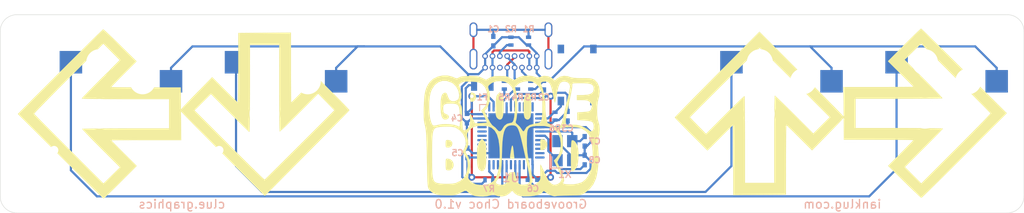
<source format=kicad_pcb>
(kicad_pcb (version 20171130) (host pcbnew "(5.1.5)-3")

  (general
    (thickness 1.6)
    (drawings 14)
    (tracks 246)
    (zones 0)
    (modules 29)
    (nets 20)
  )

  (page A4)
  (layers
    (0 F.Cu signal)
    (31 B.Cu signal)
    (32 B.Adhes user)
    (33 F.Adhes user)
    (34 B.Paste user)
    (35 F.Paste user)
    (36 B.SilkS user)
    (37 F.SilkS user hide)
    (38 B.Mask user)
    (39 F.Mask user)
    (40 Dwgs.User user)
    (41 Cmts.User user)
    (42 Eco1.User user)
    (43 Eco2.User user)
    (44 Edge.Cuts user)
    (45 Margin user)
    (46 B.CrtYd user)
    (47 F.CrtYd user)
    (48 B.Fab user)
    (49 F.Fab user)
  )

  (setup
    (last_trace_width 0.25)
    (trace_clearance 0.2)
    (zone_clearance 0.508)
    (zone_45_only no)
    (trace_min 0.2)
    (via_size 0.8)
    (via_drill 0.4)
    (via_min_size 0.4)
    (via_min_drill 0.3)
    (uvia_size 0.3)
    (uvia_drill 0.1)
    (uvias_allowed no)
    (uvia_min_size 0.2)
    (uvia_min_drill 0.1)
    (edge_width 0.05)
    (segment_width 0.2)
    (pcb_text_width 0.3)
    (pcb_text_size 1.5 1.5)
    (mod_edge_width 0.12)
    (mod_text_size 1 1)
    (mod_text_width 0.15)
    (pad_size 1.524 1.524)
    (pad_drill 0.762)
    (pad_to_mask_clearance 0)
    (aux_axis_origin 0 0)
    (grid_origin 54.737 24.765)
    (visible_elements 7FFFFFFF)
    (pcbplotparams
      (layerselection 0x010fc_ffffffff)
      (usegerberextensions true)
      (usegerberattributes false)
      (usegerberadvancedattributes false)
      (creategerberjobfile false)
      (excludeedgelayer true)
      (linewidth 0.100000)
      (plotframeref false)
      (viasonmask false)
      (mode 1)
      (useauxorigin false)
      (hpglpennumber 1)
      (hpglpenspeed 20)
      (hpglpendiameter 15.000000)
      (psnegative false)
      (psa4output false)
      (plotreference true)
      (plotvalue false)
      (plotinvisibletext false)
      (padsonsilk false)
      (subtractmaskfromsilk true)
      (outputformat 1)
      (mirror false)
      (drillshape 0)
      (scaleselection 1)
      (outputdirectory ""))
  )

  (net 0 "")
  (net 1 "Net-(C1-Pad1)")
  (net 2 GND)
  (net 3 VCC)
  (net 4 "Net-(C7-Pad2)")
  (net 5 "Net-(F1-Pad2)")
  (net 6 "Net-(J1-PadA5)")
  (net 7 "Net-(J1-PadA6)")
  (net 8 "Net-(J1-PadA7)")
  (net 9 "Net-(J1-PadB5)")
  (net 10 RST)
  (net 11 MX1)
  (net 12 MX2)
  (net 13 MX3)
  (net 14 MX4)
  (net 15 D-)
  (net 16 D+)
  (net 17 "Net-(R7-Pad2)")
  (net 18 "Net-(C2-Pad1)")
  (net 19 "Net-(C8-Pad2)")

  (net_class Default "This is the default net class."
    (clearance 0.2)
    (trace_width 0.25)
    (via_dia 0.8)
    (via_drill 0.4)
    (uvia_dia 0.3)
    (uvia_drill 0.1)
    (add_net D+)
    (add_net D-)
    (add_net GND)
    (add_net MX1)
    (add_net MX2)
    (add_net MX3)
    (add_net MX4)
    (add_net "Net-(C1-Pad1)")
    (add_net "Net-(C2-Pad1)")
    (add_net "Net-(C7-Pad2)")
    (add_net "Net-(C8-Pad2)")
    (add_net "Net-(F1-Pad2)")
    (add_net "Net-(J1-PadA5)")
    (add_net "Net-(J1-PadA6)")
    (add_net "Net-(J1-PadA7)")
    (add_net "Net-(J1-PadB5)")
    (add_net "Net-(R7-Pad2)")
    (add_net RST)
    (add_net VCC)
  )

  (module keyswitches:Kailh_socket_PG1350 (layer F.Cu) (tedit 60959329) (tstamp 60933CF1)
    (at 146.315 34.29 180)
    (descr "Kailh \"Choc\" PG1350 keyswitch socket mount")
    (tags kailh,choc)
    (path /60A19665)
    (attr smd)
    (fp_text reference MX4 (at -5 -2 180) (layer B.SilkS) hide
      (effects (font (size 1 1) (thickness 0.15)) (justify mirror))
    )
    (fp_text value MX-NoLED (at 0 8.255 180) (layer F.Fab)
      (effects (font (size 1 1) (thickness 0.15)))
    )
    (fp_line (start 4.5 7.25) (end 2 7.25) (layer B.Fab) (width 0.12))
    (fp_line (start 4.5 4.75) (end 4.5 7.25) (layer B.Fab) (width 0.12))
    (fp_line (start 2 4.75) (end 4.5 4.75) (layer B.Fab) (width 0.12))
    (fp_line (start -9.5 2.5) (end -7 2.5) (layer B.Fab) (width 0.12))
    (fp_line (start -9.5 5) (end -9.5 2.5) (layer B.Fab) (width 0.12))
    (fp_line (start -7 5) (end -9.5 5) (layer B.Fab) (width 0.12))
    (fp_line (start -7 1.5) (end -7 6.2) (layer B.Fab) (width 0.12))
    (fp_line (start 2 4.25) (end 2 7.7) (layer B.Fab) (width 0.12))
    (fp_line (start -2.5 2.2) (end -2.5 1.5) (layer B.Fab) (width 0.15))
    (fp_line (start -2.5 1.5) (end -7 1.5) (layer B.Fab) (width 0.15))
    (fp_arc (start -1 2.2) (end -2.5 2.2) (angle -90) (layer B.Fab) (width 0.15))
    (fp_line (start -1.5 8.2) (end -2 7.7) (layer B.Fab) (width 0.15))
    (fp_line (start -2 6.7) (end -2 7.7) (layer B.Fab) (width 0.15))
    (fp_line (start -7 6.2) (end -2.5 6.2) (layer B.Fab) (width 0.15))
    (fp_line (start 2 4.2) (end 1.5 3.7) (layer B.Fab) (width 0.15))
    (fp_line (start 1.5 3.7) (end -1 3.7) (layer B.Fab) (width 0.15))
    (fp_line (start 2 7.7) (end 1.5 8.2) (layer B.Fab) (width 0.15))
    (fp_line (start 1.5 8.2) (end -1.5 8.2) (layer B.Fab) (width 0.15))
    (fp_arc (start -2.5 6.7) (end -2 6.7) (angle -90) (layer B.Fab) (width 0.15))
    (fp_text user %R (at -3 5 180) (layer B.Fab)
      (effects (font (size 1 1) (thickness 0.15)) (justify mirror))
    )
    (fp_text user %V (at -1 9 180) (layer B.Fab)
      (effects (font (size 1 1) (thickness 0.15)) (justify mirror))
    )
    (fp_line (start -7.5 7.5) (end -7.5 -7.5) (layer F.Fab) (width 0.15))
    (fp_line (start 7.5 7.5) (end -7.5 7.5) (layer F.Fab) (width 0.15))
    (fp_line (start 7.5 -7.5) (end 7.5 7.5) (layer F.Fab) (width 0.15))
    (fp_line (start -7.5 -7.5) (end 7.5 -7.5) (layer F.Fab) (width 0.15))
    (fp_line (start -6.9 6.9) (end -6.9 -6.9) (layer Eco2.User) (width 0.15))
    (fp_line (start 6.9 -6.9) (end 6.9 6.9) (layer Eco2.User) (width 0.15))
    (fp_line (start 6.9 -6.9) (end -6.9 -6.9) (layer Eco2.User) (width 0.15))
    (fp_line (start -6.9 6.9) (end 6.9 6.9) (layer Eco2.User) (width 0.15))
    (fp_line (start -2.6 -3.1) (end -2.6 -6.3) (layer Eco2.User) (width 0.15))
    (fp_line (start 2.6 -6.3) (end -2.6 -6.3) (layer Eco2.User) (width 0.15))
    (fp_line (start 2.6 -3.1) (end 2.6 -6.3) (layer Eco2.User) (width 0.15))
    (fp_line (start -2.6 -3.1) (end 2.6 -3.1) (layer Eco2.User) (width 0.15))
    (pad "" np_thru_hole circle (at -5.5 0 180) (size 1.7018 1.7018) (drill 1.7018) (layers *.Cu *.Mask))
    (pad "" np_thru_hole circle (at 5.5 0 180) (size 1.7018 1.7018) (drill 1.7018) (layers *.Cu *.Mask))
    (pad 1 smd rect (at 3.275 5.95 180) (size 2.6 2.6) (layers B.Cu B.Paste B.Mask)
      (net 14 MX4))
    (pad "" np_thru_hole circle (at -5 3.75 180) (size 3 3) (drill 3) (layers *.Cu *.Mask))
    (pad "" np_thru_hole circle (at 0 0 180) (size 3.429 3.429) (drill 3.429) (layers *.Cu *.Mask))
    (pad "" np_thru_hole circle (at 0 5.95 180) (size 3 3) (drill 3) (layers *.Cu *.Mask))
    (pad 2 smd rect (at -8.275 3.75 180) (size 2.6 2.6) (layers B.Cu B.Paste B.Mask)
      (net 2 GND))
    (pad "" np_thru_hole circle (at 5.22 -4.2 180) (size 0.9906 0.9906) (drill 0.9906) (layers *.Cu *.Mask))
  )

  (module keyswitches:Kailh_socket_PG1350 (layer F.Cu) (tedit 60959318) (tstamp 60933CD5)
    (at 127.265 34.29 180)
    (descr "Kailh \"Choc\" PG1350 keyswitch socket mount")
    (tags kailh,choc)
    (path /60A187FF)
    (attr smd)
    (fp_text reference MX3 (at -5 -2 180) (layer B.SilkS) hide
      (effects (font (size 1 1) (thickness 0.15)) (justify mirror))
    )
    (fp_text value MX-NoLED (at 0 8.255 180) (layer F.Fab)
      (effects (font (size 1 1) (thickness 0.15)))
    )
    (fp_line (start 4.5 7.25) (end 2 7.25) (layer B.Fab) (width 0.12))
    (fp_line (start 4.5 4.75) (end 4.5 7.25) (layer B.Fab) (width 0.12))
    (fp_line (start 2 4.75) (end 4.5 4.75) (layer B.Fab) (width 0.12))
    (fp_line (start -9.5 2.5) (end -7 2.5) (layer B.Fab) (width 0.12))
    (fp_line (start -9.5 5) (end -9.5 2.5) (layer B.Fab) (width 0.12))
    (fp_line (start -7 5) (end -9.5 5) (layer B.Fab) (width 0.12))
    (fp_line (start -7 1.5) (end -7 6.2) (layer B.Fab) (width 0.12))
    (fp_line (start 2 4.25) (end 2 7.7) (layer B.Fab) (width 0.12))
    (fp_line (start -2.5 2.2) (end -2.5 1.5) (layer B.Fab) (width 0.15))
    (fp_line (start -2.5 1.5) (end -7 1.5) (layer B.Fab) (width 0.15))
    (fp_arc (start -1 2.2) (end -2.5 2.2) (angle -90) (layer B.Fab) (width 0.15))
    (fp_line (start -1.5 8.2) (end -2 7.7) (layer B.Fab) (width 0.15))
    (fp_line (start -2 6.7) (end -2 7.7) (layer B.Fab) (width 0.15))
    (fp_line (start -7 6.2) (end -2.5 6.2) (layer B.Fab) (width 0.15))
    (fp_line (start 2 4.2) (end 1.5 3.7) (layer B.Fab) (width 0.15))
    (fp_line (start 1.5 3.7) (end -1 3.7) (layer B.Fab) (width 0.15))
    (fp_line (start 2 7.7) (end 1.5 8.2) (layer B.Fab) (width 0.15))
    (fp_line (start 1.5 8.2) (end -1.5 8.2) (layer B.Fab) (width 0.15))
    (fp_arc (start -2.5 6.7) (end -2 6.7) (angle -90) (layer B.Fab) (width 0.15))
    (fp_text user %R (at -3 5 180) (layer B.Fab)
      (effects (font (size 1 1) (thickness 0.15)) (justify mirror))
    )
    (fp_text user %V (at -1 9 180) (layer B.Fab)
      (effects (font (size 1 1) (thickness 0.15)) (justify mirror))
    )
    (fp_line (start -7.5 7.5) (end -7.5 -7.5) (layer F.Fab) (width 0.15))
    (fp_line (start 7.5 7.5) (end -7.5 7.5) (layer F.Fab) (width 0.15))
    (fp_line (start 7.5 -7.5) (end 7.5 7.5) (layer F.Fab) (width 0.15))
    (fp_line (start -7.5 -7.5) (end 7.5 -7.5) (layer F.Fab) (width 0.15))
    (fp_line (start -6.9 6.9) (end -6.9 -6.9) (layer Eco2.User) (width 0.15))
    (fp_line (start 6.9 -6.9) (end 6.9 6.9) (layer Eco2.User) (width 0.15))
    (fp_line (start 6.9 -6.9) (end -6.9 -6.9) (layer Eco2.User) (width 0.15))
    (fp_line (start -6.9 6.9) (end 6.9 6.9) (layer Eco2.User) (width 0.15))
    (fp_line (start -2.6 -3.1) (end -2.6 -6.3) (layer Eco2.User) (width 0.15))
    (fp_line (start 2.6 -6.3) (end -2.6 -6.3) (layer Eco2.User) (width 0.15))
    (fp_line (start 2.6 -3.1) (end 2.6 -6.3) (layer Eco2.User) (width 0.15))
    (fp_line (start -2.6 -3.1) (end 2.6 -3.1) (layer Eco2.User) (width 0.15))
    (pad "" np_thru_hole circle (at -5.5 0 180) (size 1.7018 1.7018) (drill 1.7018) (layers *.Cu *.Mask))
    (pad "" np_thru_hole circle (at 5.5 0 180) (size 1.7018 1.7018) (drill 1.7018) (layers *.Cu *.Mask))
    (pad 1 smd rect (at 3.275 5.95 180) (size 2.6 2.6) (layers B.Cu B.Paste B.Mask)
      (net 13 MX3))
    (pad "" np_thru_hole circle (at -5 3.75 180) (size 3 3) (drill 3) (layers *.Cu *.Mask))
    (pad "" np_thru_hole circle (at 0 0 180) (size 3.429 3.429) (drill 3.429) (layers *.Cu *.Mask))
    (pad "" np_thru_hole circle (at 0 5.95 180) (size 3 3) (drill 3) (layers *.Cu *.Mask))
    (pad 2 smd rect (at -8.275 3.75 180) (size 2.6 2.6) (layers B.Cu B.Paste B.Mask)
      (net 2 GND))
    (pad "" np_thru_hole circle (at 5.22 -4.2 180) (size 0.9906 0.9906) (drill 0.9906) (layers *.Cu *.Mask))
  )

  (module keyswitches:Kailh_socket_PG1350 (layer F.Cu) (tedit 60959302) (tstamp 60933CB9)
    (at 70.112 34.29 180)
    (descr "Kailh \"Choc\" PG1350 keyswitch socket mount")
    (tags kailh,choc)
    (path /60A17670)
    (attr smd)
    (fp_text reference MX2 (at -5 -2 180) (layer B.SilkS) hide
      (effects (font (size 1 1) (thickness 0.15)) (justify mirror))
    )
    (fp_text value MX-NoLED (at 0 8.255 180) (layer F.Fab)
      (effects (font (size 1 1) (thickness 0.15)))
    )
    (fp_line (start 4.5 7.25) (end 2 7.25) (layer B.Fab) (width 0.12))
    (fp_line (start 4.5 4.75) (end 4.5 7.25) (layer B.Fab) (width 0.12))
    (fp_line (start 2 4.75) (end 4.5 4.75) (layer B.Fab) (width 0.12))
    (fp_line (start -9.5 2.5) (end -7 2.5) (layer B.Fab) (width 0.12))
    (fp_line (start -9.5 5) (end -9.5 2.5) (layer B.Fab) (width 0.12))
    (fp_line (start -7 5) (end -9.5 5) (layer B.Fab) (width 0.12))
    (fp_line (start -7 1.5) (end -7 6.2) (layer B.Fab) (width 0.12))
    (fp_line (start 2 4.25) (end 2 7.7) (layer B.Fab) (width 0.12))
    (fp_line (start -2.5 2.2) (end -2.5 1.5) (layer B.Fab) (width 0.15))
    (fp_line (start -2.5 1.5) (end -7 1.5) (layer B.Fab) (width 0.15))
    (fp_arc (start -1 2.2) (end -2.5 2.2) (angle -90) (layer B.Fab) (width 0.15))
    (fp_line (start -1.5 8.2) (end -2 7.7) (layer B.Fab) (width 0.15))
    (fp_line (start -2 6.7) (end -2 7.7) (layer B.Fab) (width 0.15))
    (fp_line (start -7 6.2) (end -2.5 6.2) (layer B.Fab) (width 0.15))
    (fp_line (start 2 4.2) (end 1.5 3.7) (layer B.Fab) (width 0.15))
    (fp_line (start 1.5 3.7) (end -1 3.7) (layer B.Fab) (width 0.15))
    (fp_line (start 2 7.7) (end 1.5 8.2) (layer B.Fab) (width 0.15))
    (fp_line (start 1.5 8.2) (end -1.5 8.2) (layer B.Fab) (width 0.15))
    (fp_arc (start -2.5 6.7) (end -2 6.7) (angle -90) (layer B.Fab) (width 0.15))
    (fp_text user %R (at -3 5 180) (layer B.Fab)
      (effects (font (size 1 1) (thickness 0.15)) (justify mirror))
    )
    (fp_text user %V (at -1 9 180) (layer B.Fab)
      (effects (font (size 1 1) (thickness 0.15)) (justify mirror))
    )
    (fp_line (start -7.5 7.5) (end -7.5 -7.5) (layer F.Fab) (width 0.15))
    (fp_line (start 7.5 7.5) (end -7.5 7.5) (layer F.Fab) (width 0.15))
    (fp_line (start 7.5 -7.5) (end 7.5 7.5) (layer F.Fab) (width 0.15))
    (fp_line (start -7.5 -7.5) (end 7.5 -7.5) (layer F.Fab) (width 0.15))
    (fp_line (start -6.9 6.9) (end -6.9 -6.9) (layer Eco2.User) (width 0.15))
    (fp_line (start 6.9 -6.9) (end 6.9 6.9) (layer Eco2.User) (width 0.15))
    (fp_line (start 6.9 -6.9) (end -6.9 -6.9) (layer Eco2.User) (width 0.15))
    (fp_line (start -6.9 6.9) (end 6.9 6.9) (layer Eco2.User) (width 0.15))
    (fp_line (start -2.6 -3.1) (end -2.6 -6.3) (layer Eco2.User) (width 0.15))
    (fp_line (start 2.6 -6.3) (end -2.6 -6.3) (layer Eco2.User) (width 0.15))
    (fp_line (start 2.6 -3.1) (end 2.6 -6.3) (layer Eco2.User) (width 0.15))
    (fp_line (start -2.6 -3.1) (end 2.6 -3.1) (layer Eco2.User) (width 0.15))
    (pad "" np_thru_hole circle (at -5.5 0 180) (size 1.7018 1.7018) (drill 1.7018) (layers *.Cu *.Mask))
    (pad "" np_thru_hole circle (at 5.5 0 180) (size 1.7018 1.7018) (drill 1.7018) (layers *.Cu *.Mask))
    (pad 1 smd rect (at 3.275 5.95 180) (size 2.6 2.6) (layers B.Cu B.Paste B.Mask)
      (net 12 MX2))
    (pad "" np_thru_hole circle (at -5 3.75 180) (size 3 3) (drill 3) (layers *.Cu *.Mask))
    (pad "" np_thru_hole circle (at 0 0 180) (size 3.429 3.429) (drill 3.429) (layers *.Cu *.Mask))
    (pad "" np_thru_hole circle (at 0 5.95 180) (size 3 3) (drill 3) (layers *.Cu *.Mask))
    (pad 2 smd rect (at -8.275 3.75 180) (size 2.6 2.6) (layers B.Cu B.Paste B.Mask)
      (net 2 GND))
    (pad "" np_thru_hole circle (at 5.22 -4.2 180) (size 0.9906 0.9906) (drill 0.9906) (layers *.Cu *.Mask))
  )

  (module keyswitches:Kailh_socket_PG1350 (layer F.Cu) (tedit 609592E2) (tstamp 60933C9D)
    (at 51.062 34.29 180)
    (descr "Kailh \"Choc\" PG1350 keyswitch socket mount")
    (tags kailh,choc)
    (path /60A03FDE)
    (attr smd)
    (fp_text reference MX1 (at -5 -2 180) (layer B.SilkS) hide
      (effects (font (size 1 1) (thickness 0.15)) (justify mirror))
    )
    (fp_text value MX-NoLED (at 0 8.255 180) (layer F.Fab)
      (effects (font (size 1 1) (thickness 0.15)))
    )
    (fp_line (start 4.5 7.25) (end 2 7.25) (layer B.Fab) (width 0.12))
    (fp_line (start 4.5 4.75) (end 4.5 7.25) (layer B.Fab) (width 0.12))
    (fp_line (start 2 4.75) (end 4.5 4.75) (layer B.Fab) (width 0.12))
    (fp_line (start -9.5 2.5) (end -7 2.5) (layer B.Fab) (width 0.12))
    (fp_line (start -9.5 5) (end -9.5 2.5) (layer B.Fab) (width 0.12))
    (fp_line (start -7 5) (end -9.5 5) (layer B.Fab) (width 0.12))
    (fp_line (start -7 1.5) (end -7 6.2) (layer B.Fab) (width 0.12))
    (fp_line (start 2 4.25) (end 2 7.7) (layer B.Fab) (width 0.12))
    (fp_line (start -2.5 2.2) (end -2.5 1.5) (layer B.Fab) (width 0.15))
    (fp_line (start -2.5 1.5) (end -7 1.5) (layer B.Fab) (width 0.15))
    (fp_arc (start -1 2.2) (end -2.5 2.2) (angle -90) (layer B.Fab) (width 0.15))
    (fp_line (start -1.5 8.2) (end -2 7.7) (layer B.Fab) (width 0.15))
    (fp_line (start -2 6.7) (end -2 7.7) (layer B.Fab) (width 0.15))
    (fp_line (start -7 6.2) (end -2.5 6.2) (layer B.Fab) (width 0.15))
    (fp_line (start 2 4.2) (end 1.5 3.7) (layer B.Fab) (width 0.15))
    (fp_line (start 1.5 3.7) (end -1 3.7) (layer B.Fab) (width 0.15))
    (fp_line (start 2 7.7) (end 1.5 8.2) (layer B.Fab) (width 0.15))
    (fp_line (start 1.5 8.2) (end -1.5 8.2) (layer B.Fab) (width 0.15))
    (fp_arc (start -2.5 6.7) (end -2 6.7) (angle -90) (layer B.Fab) (width 0.15))
    (fp_text user %R (at -3 5 180) (layer B.Fab)
      (effects (font (size 1 1) (thickness 0.15)) (justify mirror))
    )
    (fp_text user %V (at -1 9 180) (layer B.Fab)
      (effects (font (size 1 1) (thickness 0.15)) (justify mirror))
    )
    (fp_line (start -7.5 7.5) (end -7.5 -7.5) (layer F.Fab) (width 0.15))
    (fp_line (start 7.5 7.5) (end -7.5 7.5) (layer F.Fab) (width 0.15))
    (fp_line (start 7.5 -7.5) (end 7.5 7.5) (layer F.Fab) (width 0.15))
    (fp_line (start -7.5 -7.5) (end 7.5 -7.5) (layer F.Fab) (width 0.15))
    (fp_line (start -6.9 6.9) (end -6.9 -6.9) (layer Eco2.User) (width 0.15))
    (fp_line (start 6.9 -6.9) (end 6.9 6.9) (layer Eco2.User) (width 0.15))
    (fp_line (start 6.9 -6.9) (end -6.9 -6.9) (layer Eco2.User) (width 0.15))
    (fp_line (start -6.9 6.9) (end 6.9 6.9) (layer Eco2.User) (width 0.15))
    (fp_line (start -2.6 -3.1) (end -2.6 -6.3) (layer Eco2.User) (width 0.15))
    (fp_line (start 2.6 -6.3) (end -2.6 -6.3) (layer Eco2.User) (width 0.15))
    (fp_line (start 2.6 -3.1) (end 2.6 -6.3) (layer Eco2.User) (width 0.15))
    (fp_line (start -2.6 -3.1) (end 2.6 -3.1) (layer Eco2.User) (width 0.15))
    (pad "" np_thru_hole circle (at -5.5 0 180) (size 1.7018 1.7018) (drill 1.7018) (layers *.Cu *.Mask))
    (pad "" np_thru_hole circle (at 5.5 0 180) (size 1.7018 1.7018) (drill 1.7018) (layers *.Cu *.Mask))
    (pad 1 smd rect (at 3.275 5.95 180) (size 2.6 2.6) (layers B.Cu B.Paste B.Mask)
      (net 11 MX1))
    (pad "" np_thru_hole circle (at -5 3.75 180) (size 3 3) (drill 3) (layers *.Cu *.Mask))
    (pad "" np_thru_hole circle (at 0 0 180) (size 3.429 3.429) (drill 3.429) (layers *.Cu *.Mask))
    (pad "" np_thru_hole circle (at 0 5.95 180) (size 3 3) (drill 3) (layers *.Cu *.Mask))
    (pad 2 smd rect (at -8.275 3.75 180) (size 2.6 2.6) (layers B.Cu B.Paste B.Mask)
      (net 2 GND))
    (pad "" np_thru_hole circle (at 5.22 -4.2 180) (size 0.9906 0.9906) (drill 0.9906) (layers *.Cu *.Mask))
  )

  (module Type-C:USB_C_GCT_USB4085 (layer F.Cu) (tedit 60957D1C) (tstamp 6095D76F)
    (at 98.552 22.86 180)
    (path /60958AC4)
    (fp_text reference J1 (at 0 1.85 180) (layer F.SilkS) hide
      (effects (font (size 1 1) (thickness 0.15)))
    )
    (fp_text value USB_C_Receptacle_USB2.0 (at 0 0.85 180) (layer F.Fab)
      (effects (font (size 1 1) (thickness 0.15)))
    )
    (pad S1 thru_hole oval (at 4.325 -1.74 180) (size 0.9 1.7) (drill oval 0.6 1.4) (layers *.Cu *.Mask)
      (net 1 "Net-(C1-Pad1)"))
    (pad S1 thru_hole oval (at -4.325 -1.74 180) (size 0.9 1.7) (drill oval 0.6 1.4) (layers *.Cu *.Mask)
      (net 1 "Net-(C1-Pad1)"))
    (pad S1 thru_hole oval (at 4.325 -5.12 180) (size 0.9 2.4) (drill oval 0.6 2.1) (layers *.Cu *.Mask)
      (net 1 "Net-(C1-Pad1)"))
    (pad S1 thru_hole oval (at -4.325 -5.12 180) (size 0.9 2.4) (drill oval 0.6 2.1) (layers *.Cu *.Mask)
      (net 1 "Net-(C1-Pad1)"))
    (pad B1 thru_hole circle (at 2.98 -4.775 180) (size 0.65 0.65) (drill 0.4) (layers *.Cu *.Mask)
      (net 2 GND))
    (pad B4 thru_hole circle (at 2.13 -4.775 180) (size 0.65 0.65) (drill 0.4) (layers *.Cu *.Mask)
      (net 5 "Net-(F1-Pad2)"))
    (pad B5 thru_hole circle (at 1.28 -4.775 180) (size 0.65 0.65) (drill 0.4) (layers *.Cu *.Mask)
      (net 9 "Net-(J1-PadB5)"))
    (pad B6 thru_hole circle (at 0.43 -4.775 180) (size 0.65 0.65) (drill 0.4) (layers *.Cu *.Mask)
      (net 7 "Net-(J1-PadA6)"))
    (pad B7 thru_hole circle (at -0.42 -4.775 180) (size 0.65 0.65) (drill 0.4) (layers *.Cu *.Mask)
      (net 8 "Net-(J1-PadA7)"))
    (pad B8 thru_hole circle (at -1.27 -4.775 180) (size 0.65 0.65) (drill 0.4) (layers *.Cu *.Mask))
    (pad B9 thru_hole circle (at -2.12 -4.775 180) (size 0.65 0.65) (drill 0.4) (layers *.Cu *.Mask)
      (net 5 "Net-(F1-Pad2)"))
    (pad B12 thru_hole circle (at -2.975 -4.775 180) (size 0.65 0.65) (drill 0.4) (layers *.Cu *.Mask)
      (net 2 GND))
    (pad A12 thru_hole circle (at 2.975 -6.1 180) (size 0.65 0.65) (drill 0.4) (layers *.Cu *.Mask)
      (net 2 GND))
    (pad A9 thru_hole circle (at 2.125 -6.1 180) (size 0.65 0.65) (drill 0.4) (layers *.Cu *.Mask)
      (net 5 "Net-(F1-Pad2)"))
    (pad A8 thru_hole circle (at 1.275 -6.1 180) (size 0.65 0.65) (drill 0.4) (layers *.Cu *.Mask))
    (pad A7 thru_hole circle (at 0.425 -6.1 180) (size 0.65 0.65) (drill 0.4) (layers *.Cu *.Mask)
      (net 8 "Net-(J1-PadA7)"))
    (pad A6 thru_hole circle (at -0.425 -6.1 180) (size 0.65 0.65) (drill 0.4) (layers *.Cu *.Mask)
      (net 7 "Net-(J1-PadA6)"))
    (pad A4 thru_hole circle (at -2.125 -6.1 180) (size 0.65 0.65) (drill 0.4) (layers *.Cu *.Mask)
      (net 5 "Net-(F1-Pad2)"))
    (pad A1 thru_hole circle (at -2.975 -6.1 180) (size 0.65 0.65) (drill 0.4) (layers *.Cu *.Mask)
      (net 2 GND))
    (pad A5 thru_hole circle (at -1.275 -6.1 180) (size 0.65 0.65) (drill 0.4) (layers *.Cu *.Mask)
      (net 6 "Net-(J1-PadA5)"))
  )

  (module grooveboard:left-arrow (layer F.Cu) (tedit 0) (tstamp 609533BD)
    (at 146.287 34.265 180)
    (attr smd)
    (fp_text reference G*** (at 0 0) (layer F.SilkS) hide
      (effects (font (size 1.524 1.524) (thickness 0.3)))
    )
    (fp_text value LOGO (at 0.75 0) (layer F.SilkS) hide
      (effects (font (size 1.524 1.524) (thickness 0.3)))
    )
    (fp_poly (pts (xy 0.457711 -9.670313) (xy 0.644569 -9.505181) (xy 0.924014 -9.246605) (xy 1.280153 -8.909541)
      (xy 1.697092 -8.508941) (xy 2.158935 -8.059763) (xy 2.3407 -7.881612) (xy 4.229281 -6.026709)
      (xy 2.771537 -4.567071) (xy 2.360948 -4.154202) (xy 1.995125 -3.783001) (xy 1.691221 -3.47115)
      (xy 1.466395 -3.236335) (xy 1.337801 -3.09624) (xy 1.313921 -3.064579) (xy 1.398644 -3.055774)
      (xy 1.641202 -3.047486) (xy 2.024257 -3.03991) (xy 2.530473 -3.033239) (xy 3.142511 -3.027669)
      (xy 3.843034 -3.023394) (xy 4.614706 -3.02061) (xy 5.320989 -3.019556) (xy 9.327931 -3.017388)
      (xy 9.350962 0.024064) (xy 9.373994 3.065517) (xy 5.343893 3.065517) (xy 4.522529 3.06609)
      (xy 3.757379 3.067731) (xy 3.065729 3.070324) (xy 2.464867 3.073751) (xy 1.972079 3.077895)
      (xy 1.604652 3.08264) (xy 1.379873 3.087868) (xy 1.313793 3.092784) (xy 1.37314 3.159518)
      (xy 1.539748 3.332184) (xy 1.796469 3.593393) (xy 2.126154 3.925756) (xy 2.511654 4.311888)
      (xy 2.780862 4.58031) (xy 4.247931 6.040569) (xy 2.365591 7.925112) (xy 1.894247 8.39498)
      (xy 1.461918 8.822073) (xy 1.084232 9.19126) (xy 0.776813 9.487411) (xy 0.555288 9.695397)
      (xy 0.435283 9.800089) (xy 0.419282 9.809655) (xy 0.348601 9.749383) (xy 0.163333 9.574776)
      (xy -0.127026 9.295148) (xy -0.512982 8.919813) (xy -0.985038 8.458083) (xy -1.5337 7.919273)
      (xy -2.149472 7.312695) (xy -2.822859 6.647665) (xy -3.544365 5.933494) (xy -4.304496 5.179497)
      (xy -4.558977 4.926724) (xy -9.473265 0.043793) (xy -9.453301 0.023866) (xy -7.597447 0.023866)
      (xy -7.534785 0.09232) (xy -7.361069 0.27163) (xy -7.088892 0.549161) (xy -6.730846 0.912273)
      (xy -6.299524 1.348328) (xy -5.807518 1.844688) (xy -5.267421 2.388715) (xy -4.691826 2.967771)
      (xy -4.093325 3.569218) (xy -3.484512 4.180417) (xy -2.877978 4.78873) (xy -2.286316 5.381519)
      (xy -1.722119 5.946145) (xy -1.19798 6.469972) (xy -0.726491 6.94036) (xy -0.320245 7.344671)
      (xy 0.008166 7.670268) (xy 0.246148 7.904511) (xy 0.38111 8.034763) (xy 0.407492 8.057754)
      (xy 0.471193 7.999953) (xy 0.637931 7.840523) (xy 0.885803 7.600617) (xy 1.192907 7.301388)
      (xy 1.366489 7.13157) (xy 2.312131 6.20521) (xy 0.105599 4.007095) (xy -0.402388 3.498317)
      (xy -0.866345 3.028368) (xy -1.272663 2.611442) (xy -1.607728 2.261737) (xy -1.857928 1.993449)
      (xy -2.009651 1.820774) (xy -2.05046 1.758455) (xy -1.955988 1.749158) (xy -1.702098 1.740414)
      (xy -1.304542 1.732382) (xy -0.779075 1.72522) (xy -0.141449 1.719085) (xy 0.592581 1.714136)
      (xy 1.407262 1.710531) (xy 2.286842 1.708428) (xy 2.985134 1.707931) (xy 7.970255 1.707931)
      (xy 7.9703 0.021896) (xy 7.970345 -1.664138) (xy 2.934138 -1.664138) (xy 2.013018 -1.665258)
      (xy 1.146289 -1.668482) (xy 0.349414 -1.673606) (xy -0.362142 -1.680427) (xy -0.972915 -1.68874)
      (xy -1.467442 -1.698343) (xy -1.830259 -1.709031) (xy -2.045902 -1.720601) (xy -2.102069 -1.730485)
      (xy -2.042246 -1.805659) (xy -1.872125 -1.989802) (xy -1.605729 -2.268475) (xy -1.257082 -2.627239)
      (xy -0.840205 -3.051653) (xy -0.369123 -3.527278) (xy 0.0872 -3.984787) (xy 2.276469 -6.172742)
      (xy 0.395987 -8.059074) (xy -3.612096 -4.051701) (xy -4.304259 -3.358293) (xy -4.957887 -2.700834)
      (xy -5.56271 -2.089826) (xy -6.108459 -1.53577) (xy -6.584865 -1.049169) (xy -6.981659 -0.640524)
      (xy -7.288571 -0.320336) (xy -7.495332 -0.099109) (xy -7.591672 0.012658) (xy -7.597447 0.023866)
      (xy -9.453301 0.023866) (xy -4.583357 -4.836892) (xy -3.815221 -5.602798) (xy -3.082349 -6.332021)
      (xy -2.394252 -7.015191) (xy -1.760441 -7.642936) (xy -1.190427 -8.205884) (xy -0.693719 -8.694665)
      (xy -0.279828 -9.099907) (xy 0.041736 -9.412237) (xy 0.261461 -9.622286) (xy 0.369838 -9.720681)
      (xy 0.379336 -9.727046) (xy 0.457711 -9.670313)) (layer F.SilkS) (width 0.01))
  )

  (module grooveboard:left-arrow (layer F.Cu) (tedit 0) (tstamp 609533A8)
    (at 127.265 34.29 270)
    (attr smd)
    (fp_text reference G*** (at 0 0 90) (layer F.SilkS) hide
      (effects (font (size 1.524 1.524) (thickness 0.3)))
    )
    (fp_text value LOGO (at 0.75 0 90) (layer F.SilkS) hide
      (effects (font (size 1.524 1.524) (thickness 0.3)))
    )
    (fp_poly (pts (xy 0.457711 -9.670313) (xy 0.644569 -9.505181) (xy 0.924014 -9.246605) (xy 1.280153 -8.909541)
      (xy 1.697092 -8.508941) (xy 2.158935 -8.059763) (xy 2.3407 -7.881612) (xy 4.229281 -6.026709)
      (xy 2.771537 -4.567071) (xy 2.360948 -4.154202) (xy 1.995125 -3.783001) (xy 1.691221 -3.47115)
      (xy 1.466395 -3.236335) (xy 1.337801 -3.09624) (xy 1.313921 -3.064579) (xy 1.398644 -3.055774)
      (xy 1.641202 -3.047486) (xy 2.024257 -3.03991) (xy 2.530473 -3.033239) (xy 3.142511 -3.027669)
      (xy 3.843034 -3.023394) (xy 4.614706 -3.02061) (xy 5.320989 -3.019556) (xy 9.327931 -3.017388)
      (xy 9.350962 0.024064) (xy 9.373994 3.065517) (xy 5.343893 3.065517) (xy 4.522529 3.06609)
      (xy 3.757379 3.067731) (xy 3.065729 3.070324) (xy 2.464867 3.073751) (xy 1.972079 3.077895)
      (xy 1.604652 3.08264) (xy 1.379873 3.087868) (xy 1.313793 3.092784) (xy 1.37314 3.159518)
      (xy 1.539748 3.332184) (xy 1.796469 3.593393) (xy 2.126154 3.925756) (xy 2.511654 4.311888)
      (xy 2.780862 4.58031) (xy 4.247931 6.040569) (xy 2.365591 7.925112) (xy 1.894247 8.39498)
      (xy 1.461918 8.822073) (xy 1.084232 9.19126) (xy 0.776813 9.487411) (xy 0.555288 9.695397)
      (xy 0.435283 9.800089) (xy 0.419282 9.809655) (xy 0.348601 9.749383) (xy 0.163333 9.574776)
      (xy -0.127026 9.295148) (xy -0.512982 8.919813) (xy -0.985038 8.458083) (xy -1.5337 7.919273)
      (xy -2.149472 7.312695) (xy -2.822859 6.647665) (xy -3.544365 5.933494) (xy -4.304496 5.179497)
      (xy -4.558977 4.926724) (xy -9.473265 0.043793) (xy -9.453301 0.023866) (xy -7.597447 0.023866)
      (xy -7.534785 0.09232) (xy -7.361069 0.27163) (xy -7.088892 0.549161) (xy -6.730846 0.912273)
      (xy -6.299524 1.348328) (xy -5.807518 1.844688) (xy -5.267421 2.388715) (xy -4.691826 2.967771)
      (xy -4.093325 3.569218) (xy -3.484512 4.180417) (xy -2.877978 4.78873) (xy -2.286316 5.381519)
      (xy -1.722119 5.946145) (xy -1.19798 6.469972) (xy -0.726491 6.94036) (xy -0.320245 7.344671)
      (xy 0.008166 7.670268) (xy 0.246148 7.904511) (xy 0.38111 8.034763) (xy 0.407492 8.057754)
      (xy 0.471193 7.999953) (xy 0.637931 7.840523) (xy 0.885803 7.600617) (xy 1.192907 7.301388)
      (xy 1.366489 7.13157) (xy 2.312131 6.20521) (xy 0.105599 4.007095) (xy -0.402388 3.498317)
      (xy -0.866345 3.028368) (xy -1.272663 2.611442) (xy -1.607728 2.261737) (xy -1.857928 1.993449)
      (xy -2.009651 1.820774) (xy -2.05046 1.758455) (xy -1.955988 1.749158) (xy -1.702098 1.740414)
      (xy -1.304542 1.732382) (xy -0.779075 1.72522) (xy -0.141449 1.719085) (xy 0.592581 1.714136)
      (xy 1.407262 1.710531) (xy 2.286842 1.708428) (xy 2.985134 1.707931) (xy 7.970255 1.707931)
      (xy 7.9703 0.021896) (xy 7.970345 -1.664138) (xy 2.934138 -1.664138) (xy 2.013018 -1.665258)
      (xy 1.146289 -1.668482) (xy 0.349414 -1.673606) (xy -0.362142 -1.680427) (xy -0.972915 -1.68874)
      (xy -1.467442 -1.698343) (xy -1.830259 -1.709031) (xy -2.045902 -1.720601) (xy -2.102069 -1.730485)
      (xy -2.042246 -1.805659) (xy -1.872125 -1.989802) (xy -1.605729 -2.268475) (xy -1.257082 -2.627239)
      (xy -0.840205 -3.051653) (xy -0.369123 -3.527278) (xy 0.0872 -3.984787) (xy 2.276469 -6.172742)
      (xy 0.395987 -8.059074) (xy -3.612096 -4.051701) (xy -4.304259 -3.358293) (xy -4.957887 -2.700834)
      (xy -5.56271 -2.089826) (xy -6.108459 -1.53577) (xy -6.584865 -1.049169) (xy -6.981659 -0.640524)
      (xy -7.288571 -0.320336) (xy -7.495332 -0.099109) (xy -7.591672 0.012658) (xy -7.597447 0.023866)
      (xy -9.453301 0.023866) (xy -4.583357 -4.836892) (xy -3.815221 -5.602798) (xy -3.082349 -6.332021)
      (xy -2.394252 -7.015191) (xy -1.760441 -7.642936) (xy -1.190427 -8.205884) (xy -0.693719 -8.694665)
      (xy -0.279828 -9.099907) (xy 0.041736 -9.412237) (xy 0.261461 -9.622286) (xy 0.369838 -9.720681)
      (xy 0.379336 -9.727046) (xy 0.457711 -9.670313)) (layer F.SilkS) (width 0.01))
  )

  (module grooveboard:left-arrow (layer F.Cu) (tedit 0) (tstamp 60953207)
    (at 70.112 34.29 90)
    (attr smd)
    (fp_text reference G*** (at 0 0 90) (layer F.SilkS) hide
      (effects (font (size 1.524 1.524) (thickness 0.3)))
    )
    (fp_text value LOGO (at 0.75 0 90) (layer F.SilkS) hide
      (effects (font (size 1.524 1.524) (thickness 0.3)))
    )
    (fp_poly (pts (xy 0.457711 -9.670313) (xy 0.644569 -9.505181) (xy 0.924014 -9.246605) (xy 1.280153 -8.909541)
      (xy 1.697092 -8.508941) (xy 2.158935 -8.059763) (xy 2.3407 -7.881612) (xy 4.229281 -6.026709)
      (xy 2.771537 -4.567071) (xy 2.360948 -4.154202) (xy 1.995125 -3.783001) (xy 1.691221 -3.47115)
      (xy 1.466395 -3.236335) (xy 1.337801 -3.09624) (xy 1.313921 -3.064579) (xy 1.398644 -3.055774)
      (xy 1.641202 -3.047486) (xy 2.024257 -3.03991) (xy 2.530473 -3.033239) (xy 3.142511 -3.027669)
      (xy 3.843034 -3.023394) (xy 4.614706 -3.02061) (xy 5.320989 -3.019556) (xy 9.327931 -3.017388)
      (xy 9.350962 0.024064) (xy 9.373994 3.065517) (xy 5.343893 3.065517) (xy 4.522529 3.06609)
      (xy 3.757379 3.067731) (xy 3.065729 3.070324) (xy 2.464867 3.073751) (xy 1.972079 3.077895)
      (xy 1.604652 3.08264) (xy 1.379873 3.087868) (xy 1.313793 3.092784) (xy 1.37314 3.159518)
      (xy 1.539748 3.332184) (xy 1.796469 3.593393) (xy 2.126154 3.925756) (xy 2.511654 4.311888)
      (xy 2.780862 4.58031) (xy 4.247931 6.040569) (xy 2.365591 7.925112) (xy 1.894247 8.39498)
      (xy 1.461918 8.822073) (xy 1.084232 9.19126) (xy 0.776813 9.487411) (xy 0.555288 9.695397)
      (xy 0.435283 9.800089) (xy 0.419282 9.809655) (xy 0.348601 9.749383) (xy 0.163333 9.574776)
      (xy -0.127026 9.295148) (xy -0.512982 8.919813) (xy -0.985038 8.458083) (xy -1.5337 7.919273)
      (xy -2.149472 7.312695) (xy -2.822859 6.647665) (xy -3.544365 5.933494) (xy -4.304496 5.179497)
      (xy -4.558977 4.926724) (xy -9.473265 0.043793) (xy -9.453301 0.023866) (xy -7.597447 0.023866)
      (xy -7.534785 0.09232) (xy -7.361069 0.27163) (xy -7.088892 0.549161) (xy -6.730846 0.912273)
      (xy -6.299524 1.348328) (xy -5.807518 1.844688) (xy -5.267421 2.388715) (xy -4.691826 2.967771)
      (xy -4.093325 3.569218) (xy -3.484512 4.180417) (xy -2.877978 4.78873) (xy -2.286316 5.381519)
      (xy -1.722119 5.946145) (xy -1.19798 6.469972) (xy -0.726491 6.94036) (xy -0.320245 7.344671)
      (xy 0.008166 7.670268) (xy 0.246148 7.904511) (xy 0.38111 8.034763) (xy 0.407492 8.057754)
      (xy 0.471193 7.999953) (xy 0.637931 7.840523) (xy 0.885803 7.600617) (xy 1.192907 7.301388)
      (xy 1.366489 7.13157) (xy 2.312131 6.20521) (xy 0.105599 4.007095) (xy -0.402388 3.498317)
      (xy -0.866345 3.028368) (xy -1.272663 2.611442) (xy -1.607728 2.261737) (xy -1.857928 1.993449)
      (xy -2.009651 1.820774) (xy -2.05046 1.758455) (xy -1.955988 1.749158) (xy -1.702098 1.740414)
      (xy -1.304542 1.732382) (xy -0.779075 1.72522) (xy -0.141449 1.719085) (xy 0.592581 1.714136)
      (xy 1.407262 1.710531) (xy 2.286842 1.708428) (xy 2.985134 1.707931) (xy 7.970255 1.707931)
      (xy 7.9703 0.021896) (xy 7.970345 -1.664138) (xy 2.934138 -1.664138) (xy 2.013018 -1.665258)
      (xy 1.146289 -1.668482) (xy 0.349414 -1.673606) (xy -0.362142 -1.680427) (xy -0.972915 -1.68874)
      (xy -1.467442 -1.698343) (xy -1.830259 -1.709031) (xy -2.045902 -1.720601) (xy -2.102069 -1.730485)
      (xy -2.042246 -1.805659) (xy -1.872125 -1.989802) (xy -1.605729 -2.268475) (xy -1.257082 -2.627239)
      (xy -0.840205 -3.051653) (xy -0.369123 -3.527278) (xy 0.0872 -3.984787) (xy 2.276469 -6.172742)
      (xy 0.395987 -8.059074) (xy -3.612096 -4.051701) (xy -4.304259 -3.358293) (xy -4.957887 -2.700834)
      (xy -5.56271 -2.089826) (xy -6.108459 -1.53577) (xy -6.584865 -1.049169) (xy -6.981659 -0.640524)
      (xy -7.288571 -0.320336) (xy -7.495332 -0.099109) (xy -7.591672 0.012658) (xy -7.597447 0.023866)
      (xy -9.453301 0.023866) (xy -4.583357 -4.836892) (xy -3.815221 -5.602798) (xy -3.082349 -6.332021)
      (xy -2.394252 -7.015191) (xy -1.760441 -7.642936) (xy -1.190427 -8.205884) (xy -0.693719 -8.694665)
      (xy -0.279828 -9.099907) (xy 0.041736 -9.412237) (xy 0.261461 -9.622286) (xy 0.369838 -9.720681)
      (xy 0.379336 -9.727046) (xy 0.457711 -9.670313)) (layer F.SilkS) (width 0.01))
  )

  (module grooveboard:left-arrow (layer F.Cu) (tedit 0) (tstamp 60952E55)
    (at 51.137 34.265)
    (attr smd)
    (fp_text reference G*** (at 0 0) (layer F.SilkS) hide
      (effects (font (size 1.524 1.524) (thickness 0.3)))
    )
    (fp_text value LOGO (at 0.75 0) (layer F.SilkS) hide
      (effects (font (size 1.524 1.524) (thickness 0.3)))
    )
    (fp_poly (pts (xy 0.457711 -9.670313) (xy 0.644569 -9.505181) (xy 0.924014 -9.246605) (xy 1.280153 -8.909541)
      (xy 1.697092 -8.508941) (xy 2.158935 -8.059763) (xy 2.3407 -7.881612) (xy 4.229281 -6.026709)
      (xy 2.771537 -4.567071) (xy 2.360948 -4.154202) (xy 1.995125 -3.783001) (xy 1.691221 -3.47115)
      (xy 1.466395 -3.236335) (xy 1.337801 -3.09624) (xy 1.313921 -3.064579) (xy 1.398644 -3.055774)
      (xy 1.641202 -3.047486) (xy 2.024257 -3.03991) (xy 2.530473 -3.033239) (xy 3.142511 -3.027669)
      (xy 3.843034 -3.023394) (xy 4.614706 -3.02061) (xy 5.320989 -3.019556) (xy 9.327931 -3.017388)
      (xy 9.350962 0.024064) (xy 9.373994 3.065517) (xy 5.343893 3.065517) (xy 4.522529 3.06609)
      (xy 3.757379 3.067731) (xy 3.065729 3.070324) (xy 2.464867 3.073751) (xy 1.972079 3.077895)
      (xy 1.604652 3.08264) (xy 1.379873 3.087868) (xy 1.313793 3.092784) (xy 1.37314 3.159518)
      (xy 1.539748 3.332184) (xy 1.796469 3.593393) (xy 2.126154 3.925756) (xy 2.511654 4.311888)
      (xy 2.780862 4.58031) (xy 4.247931 6.040569) (xy 2.365591 7.925112) (xy 1.894247 8.39498)
      (xy 1.461918 8.822073) (xy 1.084232 9.19126) (xy 0.776813 9.487411) (xy 0.555288 9.695397)
      (xy 0.435283 9.800089) (xy 0.419282 9.809655) (xy 0.348601 9.749383) (xy 0.163333 9.574776)
      (xy -0.127026 9.295148) (xy -0.512982 8.919813) (xy -0.985038 8.458083) (xy -1.5337 7.919273)
      (xy -2.149472 7.312695) (xy -2.822859 6.647665) (xy -3.544365 5.933494) (xy -4.304496 5.179497)
      (xy -4.558977 4.926724) (xy -9.473265 0.043793) (xy -9.453301 0.023866) (xy -7.597447 0.023866)
      (xy -7.534785 0.09232) (xy -7.361069 0.27163) (xy -7.088892 0.549161) (xy -6.730846 0.912273)
      (xy -6.299524 1.348328) (xy -5.807518 1.844688) (xy -5.267421 2.388715) (xy -4.691826 2.967771)
      (xy -4.093325 3.569218) (xy -3.484512 4.180417) (xy -2.877978 4.78873) (xy -2.286316 5.381519)
      (xy -1.722119 5.946145) (xy -1.19798 6.469972) (xy -0.726491 6.94036) (xy -0.320245 7.344671)
      (xy 0.008166 7.670268) (xy 0.246148 7.904511) (xy 0.38111 8.034763) (xy 0.407492 8.057754)
      (xy 0.471193 7.999953) (xy 0.637931 7.840523) (xy 0.885803 7.600617) (xy 1.192907 7.301388)
      (xy 1.366489 7.13157) (xy 2.312131 6.20521) (xy 0.105599 4.007095) (xy -0.402388 3.498317)
      (xy -0.866345 3.028368) (xy -1.272663 2.611442) (xy -1.607728 2.261737) (xy -1.857928 1.993449)
      (xy -2.009651 1.820774) (xy -2.05046 1.758455) (xy -1.955988 1.749158) (xy -1.702098 1.740414)
      (xy -1.304542 1.732382) (xy -0.779075 1.72522) (xy -0.141449 1.719085) (xy 0.592581 1.714136)
      (xy 1.407262 1.710531) (xy 2.286842 1.708428) (xy 2.985134 1.707931) (xy 7.970255 1.707931)
      (xy 7.9703 0.021896) (xy 7.970345 -1.664138) (xy 2.934138 -1.664138) (xy 2.013018 -1.665258)
      (xy 1.146289 -1.668482) (xy 0.349414 -1.673606) (xy -0.362142 -1.680427) (xy -0.972915 -1.68874)
      (xy -1.467442 -1.698343) (xy -1.830259 -1.709031) (xy -2.045902 -1.720601) (xy -2.102069 -1.730485)
      (xy -2.042246 -1.805659) (xy -1.872125 -1.989802) (xy -1.605729 -2.268475) (xy -1.257082 -2.627239)
      (xy -0.840205 -3.051653) (xy -0.369123 -3.527278) (xy 0.0872 -3.984787) (xy 2.276469 -6.172742)
      (xy 0.395987 -8.059074) (xy -3.612096 -4.051701) (xy -4.304259 -3.358293) (xy -4.957887 -2.700834)
      (xy -5.56271 -2.089826) (xy -6.108459 -1.53577) (xy -6.584865 -1.049169) (xy -6.981659 -0.640524)
      (xy -7.288571 -0.320336) (xy -7.495332 -0.099109) (xy -7.591672 0.012658) (xy -7.597447 0.023866)
      (xy -9.453301 0.023866) (xy -4.583357 -4.836892) (xy -3.815221 -5.602798) (xy -3.082349 -6.332021)
      (xy -2.394252 -7.015191) (xy -1.760441 -7.642936) (xy -1.190427 -8.205884) (xy -0.693719 -8.694665)
      (xy -0.279828 -9.099907) (xy 0.041736 -9.412237) (xy 0.261461 -9.622286) (xy 0.369838 -9.720681)
      (xy 0.379336 -9.727046) (xy 0.457711 -9.670313)) (layer F.SilkS) (width 0.01))
  )

  (module kicad-open-modules:TS-1187A-B-A-B (layer B.Cu) (tedit 6092FA0C) (tstamp 60933D82)
    (at 106.187 29.815 90)
    (path /6095CDAF)
    (attr smd)
    (fp_text reference SW1 (at 0.032 -3.163 270) (layer B.SilkS) hide
      (effects (font (size 0.5 0.5) (thickness 0.12)) (justify mirror))
    )
    (fp_text value SW_Push (at 0 0 270) (layer B.Fab)
      (effects (font (size 0.5 0.5) (thickness 0.12)) (justify mirror))
    )
    (pad 2 smd rect (at -3 -1.875 90) (size 1 0.75) (layers B.Cu B.Paste B.Mask)
      (net 10 RST))
    (pad 2 smd rect (at 3 -1.875 90) (size 1 0.75) (layers B.Cu B.Paste B.Mask)
      (net 10 RST))
    (pad 1 smd rect (at 3 1.875 90) (size 1 0.75) (layers B.Cu B.Paste B.Mask)
      (net 2 GND))
    (pad 1 smd rect (at -3 1.875 90) (size 1 0.75) (layers B.Cu B.Paste B.Mask)
      (net 2 GND))
  )

  (module Package_DFN_QFN:QFN-44-1EP_7x7mm_P0.5mm_EP5.2x5.2mm (layer B.Cu) (tedit 60947C78) (tstamp 60933DD4)
    (at 98.552 36.83 270)
    (descr "QFN, 44 Pin (http://ww1.microchip.com/downloads/en/DeviceDoc/2512S.pdf#page=17), generated with kicad-footprint-generator ipc_noLead_generator.py")
    (tags "QFN NoLead")
    (path /6094CE30)
    (attr smd)
    (fp_text reference U1 (at 4.826 0 180) (layer B.SilkS)
      (effects (font (size 1 1) (thickness 0.15)) (justify mirror))
    )
    (fp_text value ATmega32U4-MU (at 0 -4.82 270) (layer B.Fab)
      (effects (font (size 1 1) (thickness 0.15)) (justify mirror))
    )
    (fp_line (start 4.12 4.12) (end -4.12 4.12) (layer B.CrtYd) (width 0.05))
    (fp_line (start 4.12 -4.12) (end 4.12 4.12) (layer B.CrtYd) (width 0.05))
    (fp_line (start -4.12 -4.12) (end 4.12 -4.12) (layer B.CrtYd) (width 0.05))
    (fp_line (start -4.12 4.12) (end -4.12 -4.12) (layer B.CrtYd) (width 0.05))
    (fp_line (start -3.5 2.5) (end -2.5 3.5) (layer B.Fab) (width 0.1))
    (fp_line (start -3.5 -3.5) (end -3.5 2.5) (layer B.Fab) (width 0.1))
    (fp_line (start 3.5 -3.5) (end -3.5 -3.5) (layer B.Fab) (width 0.1))
    (fp_line (start 3.5 3.5) (end 3.5 -3.5) (layer B.Fab) (width 0.1))
    (fp_line (start -2.5 3.5) (end 3.5 3.5) (layer B.Fab) (width 0.1))
    (fp_line (start -2.885 3.61) (end -3.61 3.61) (layer B.SilkS) (width 0.12))
    (fp_line (start -3.61 3.61) (end -3.61 2.885) (layer B.SilkS) (width 0.12))
    (pad "" smd roundrect (at 1.95 -1.95 270) (size 1.05 1.05) (layers B.Paste) (roundrect_rratio 0.238095))
    (pad "" smd roundrect (at 1.95 -0.65 270) (size 1.05 1.05) (layers B.Paste) (roundrect_rratio 0.238095))
    (pad "" smd roundrect (at 1.95 0.65 270) (size 1.05 1.05) (layers B.Paste) (roundrect_rratio 0.238095))
    (pad "" smd roundrect (at 1.95 1.95 270) (size 1.05 1.05) (layers B.Paste) (roundrect_rratio 0.238095))
    (pad "" smd roundrect (at 0.65 -1.95 270) (size 1.05 1.05) (layers B.Paste) (roundrect_rratio 0.238095))
    (pad "" smd roundrect (at 0.65 -0.65 270) (size 1.05 1.05) (layers B.Paste) (roundrect_rratio 0.238095))
    (pad "" smd roundrect (at 0.65 0.65 270) (size 1.05 1.05) (layers B.Paste) (roundrect_rratio 0.238095))
    (pad "" smd roundrect (at 0.65 1.95 270) (size 1.05 1.05) (layers B.Paste) (roundrect_rratio 0.238095))
    (pad "" smd roundrect (at -0.65 -1.95 270) (size 1.05 1.05) (layers B.Paste) (roundrect_rratio 0.238095))
    (pad "" smd roundrect (at -0.65 -0.65 270) (size 1.05 1.05) (layers B.Paste) (roundrect_rratio 0.238095))
    (pad "" smd roundrect (at -0.65 0.65 270) (size 1.05 1.05) (layers B.Paste) (roundrect_rratio 0.238095))
    (pad "" smd roundrect (at -0.65 1.95 270) (size 1.05 1.05) (layers B.Paste) (roundrect_rratio 0.238095))
    (pad "" smd roundrect (at -1.95 -1.95 270) (size 1.05 1.05) (layers B.Paste) (roundrect_rratio 0.238095))
    (pad "" smd roundrect (at -1.95 -0.65 270) (size 1.05 1.05) (layers B.Paste) (roundrect_rratio 0.238095))
    (pad "" smd roundrect (at -1.95 0.65 270) (size 1.05 1.05) (layers B.Paste) (roundrect_rratio 0.238095))
    (pad "" smd roundrect (at -1.95 1.95 270) (size 1.05 1.05) (layers B.Paste) (roundrect_rratio 0.238095))
    (pad 45 smd rect (at 0 0 270) (size 5.2 5.2) (layers B.Cu B.Mask)
      (net 2 GND))
    (pad 44 smd roundrect (at -2.5 3.3375 270) (size 0.25 1.075) (layers B.Cu B.Paste B.Mask) (roundrect_rratio 0.25)
      (net 3 VCC))
    (pad 43 smd roundrect (at -2 3.3375 270) (size 0.25 1.075) (layers B.Cu B.Paste B.Mask) (roundrect_rratio 0.25)
      (net 2 GND))
    (pad 42 smd roundrect (at -1.5 3.3375 270) (size 0.25 1.075) (layers B.Cu B.Paste B.Mask) (roundrect_rratio 0.25))
    (pad 41 smd roundrect (at -1 3.3375 270) (size 0.25 1.075) (layers B.Cu B.Paste B.Mask) (roundrect_rratio 0.25))
    (pad 40 smd roundrect (at -0.5 3.3375 270) (size 0.25 1.075) (layers B.Cu B.Paste B.Mask) (roundrect_rratio 0.25))
    (pad 39 smd roundrect (at 0 3.3375 270) (size 0.25 1.075) (layers B.Cu B.Paste B.Mask) (roundrect_rratio 0.25))
    (pad 38 smd roundrect (at 0.5 3.3375 270) (size 0.25 1.075) (layers B.Cu B.Paste B.Mask) (roundrect_rratio 0.25))
    (pad 37 smd roundrect (at 1 3.3375 270) (size 0.25 1.075) (layers B.Cu B.Paste B.Mask) (roundrect_rratio 0.25))
    (pad 36 smd roundrect (at 1.5 3.3375 270) (size 0.25 1.075) (layers B.Cu B.Paste B.Mask) (roundrect_rratio 0.25))
    (pad 35 smd roundrect (at 2 3.3375 270) (size 0.25 1.075) (layers B.Cu B.Paste B.Mask) (roundrect_rratio 0.25)
      (net 2 GND))
    (pad 34 smd roundrect (at 2.5 3.3375 270) (size 0.25 1.075) (layers B.Cu B.Paste B.Mask) (roundrect_rratio 0.25)
      (net 3 VCC))
    (pad 33 smd roundrect (at 3.3375 2.5 270) (size 1.075 0.25) (layers B.Cu B.Paste B.Mask) (roundrect_rratio 0.25)
      (net 17 "Net-(R7-Pad2)"))
    (pad 32 smd roundrect (at 3.3375 2 270) (size 1.075 0.25) (layers B.Cu B.Paste B.Mask) (roundrect_rratio 0.25))
    (pad 31 smd roundrect (at 3.3375 1.5 270) (size 1.075 0.25) (layers B.Cu B.Paste B.Mask) (roundrect_rratio 0.25))
    (pad 30 smd roundrect (at 3.3375 1 270) (size 1.075 0.25) (layers B.Cu B.Paste B.Mask) (roundrect_rratio 0.25)
      (net 12 MX2))
    (pad 29 smd roundrect (at 3.3375 0.5 270) (size 1.075 0.25) (layers B.Cu B.Paste B.Mask) (roundrect_rratio 0.25)
      (net 11 MX1))
    (pad 28 smd roundrect (at 3.3375 0 270) (size 1.075 0.25) (layers B.Cu B.Paste B.Mask) (roundrect_rratio 0.25))
    (pad 27 smd roundrect (at 3.3375 -0.5 270) (size 1.075 0.25) (layers B.Cu B.Paste B.Mask) (roundrect_rratio 0.25)
      (net 14 MX4))
    (pad 26 smd roundrect (at 3.3375 -1 270) (size 1.075 0.25) (layers B.Cu B.Paste B.Mask) (roundrect_rratio 0.25)
      (net 13 MX3))
    (pad 25 smd roundrect (at 3.3375 -1.5 270) (size 1.075 0.25) (layers B.Cu B.Paste B.Mask) (roundrect_rratio 0.25))
    (pad 24 smd roundrect (at 3.3375 -2 270) (size 1.075 0.25) (layers B.Cu B.Paste B.Mask) (roundrect_rratio 0.25)
      (net 3 VCC))
    (pad 23 smd roundrect (at 3.3375 -2.5 270) (size 1.075 0.25) (layers B.Cu B.Paste B.Mask) (roundrect_rratio 0.25)
      (net 2 GND))
    (pad 22 smd roundrect (at 2.5 -3.3375 270) (size 0.25 1.075) (layers B.Cu B.Paste B.Mask) (roundrect_rratio 0.25))
    (pad 21 smd roundrect (at 2 -3.3375 270) (size 0.25 1.075) (layers B.Cu B.Paste B.Mask) (roundrect_rratio 0.25))
    (pad 20 smd roundrect (at 1.5 -3.3375 270) (size 0.25 1.075) (layers B.Cu B.Paste B.Mask) (roundrect_rratio 0.25))
    (pad 19 smd roundrect (at 1 -3.3375 270) (size 0.25 1.075) (layers B.Cu B.Paste B.Mask) (roundrect_rratio 0.25))
    (pad 18 smd roundrect (at 0.5 -3.3375 270) (size 0.25 1.075) (layers B.Cu B.Paste B.Mask) (roundrect_rratio 0.25))
    (pad 17 smd roundrect (at 0 -3.3375 270) (size 0.25 1.075) (layers B.Cu B.Paste B.Mask) (roundrect_rratio 0.25)
      (net 19 "Net-(C8-Pad2)"))
    (pad 16 smd roundrect (at -0.5 -3.3375 270) (size 0.25 1.075) (layers B.Cu B.Paste B.Mask) (roundrect_rratio 0.25)
      (net 4 "Net-(C7-Pad2)"))
    (pad 15 smd roundrect (at -1 -3.3375 270) (size 0.25 1.075) (layers B.Cu B.Paste B.Mask) (roundrect_rratio 0.25)
      (net 2 GND))
    (pad 14 smd roundrect (at -1.5 -3.3375 270) (size 0.25 1.075) (layers B.Cu B.Paste B.Mask) (roundrect_rratio 0.25)
      (net 3 VCC))
    (pad 13 smd roundrect (at -2 -3.3375 270) (size 0.25 1.075) (layers B.Cu B.Paste B.Mask) (roundrect_rratio 0.25)
      (net 10 RST))
    (pad 12 smd roundrect (at -2.5 -3.3375 270) (size 0.25 1.075) (layers B.Cu B.Paste B.Mask) (roundrect_rratio 0.25))
    (pad 11 smd roundrect (at -3.3375 -2.5 270) (size 1.075 0.25) (layers B.Cu B.Paste B.Mask) (roundrect_rratio 0.25))
    (pad 10 smd roundrect (at -3.3375 -2 270) (size 1.075 0.25) (layers B.Cu B.Paste B.Mask) (roundrect_rratio 0.25))
    (pad 9 smd roundrect (at -3.3375 -1.5 270) (size 1.075 0.25) (layers B.Cu B.Paste B.Mask) (roundrect_rratio 0.25))
    (pad 8 smd roundrect (at -3.3375 -1 270) (size 1.075 0.25) (layers B.Cu B.Paste B.Mask) (roundrect_rratio 0.25))
    (pad 7 smd roundrect (at -3.3375 -0.5 270) (size 1.075 0.25) (layers B.Cu B.Paste B.Mask) (roundrect_rratio 0.25)
      (net 3 VCC))
    (pad 6 smd roundrect (at -3.3375 0 270) (size 1.075 0.25) (layers B.Cu B.Paste B.Mask) (roundrect_rratio 0.25)
      (net 18 "Net-(C2-Pad1)"))
    (pad 5 smd roundrect (at -3.3375 0.5 270) (size 1.075 0.25) (layers B.Cu B.Paste B.Mask) (roundrect_rratio 0.25)
      (net 2 GND))
    (pad 4 smd roundrect (at -3.3375 1 270) (size 1.075 0.25) (layers B.Cu B.Paste B.Mask) (roundrect_rratio 0.25)
      (net 16 D+))
    (pad 3 smd roundrect (at -3.3375 1.5 270) (size 1.075 0.25) (layers B.Cu B.Paste B.Mask) (roundrect_rratio 0.25)
      (net 15 D-))
    (pad 2 smd roundrect (at -3.3375 2 270) (size 1.075 0.25) (layers B.Cu B.Paste B.Mask) (roundrect_rratio 0.25)
      (net 3 VCC))
    (pad 1 smd roundrect (at -3.3375 2.5 270) (size 1.075 0.25) (layers B.Cu B.Paste B.Mask) (roundrect_rratio 0.25))
    (model ${KISYS3DMOD}/Package_DFN_QFN.3dshapes/QFN-44-1EP_7x7mm_P0.5mm_EP5.2x5.2mm.wrl
      (at (xyz 0 0 0))
      (scale (xyz 1 1 1))
      (rotate (xyz 0 0 0))
    )
  )

  (module grooveboard:grooveboard-logo (layer F.Cu) (tedit 0) (tstamp 6094D77C)
    (at 98.537 36.915)
    (attr smd)
    (fp_text reference G*** (at 0 0) (layer F.SilkS) hide
      (effects (font (size 1.524 1.524) (thickness 0.3)))
    )
    (fp_text value LOGO (at 0.75 0) (layer F.SilkS) hide
      (effects (font (size 1.524 1.524) (thickness 0.3)))
    )
    (fp_poly (pts (xy -4.194347 -4.97887) (xy -4.034729 -4.801334) (xy -4.002426 -4.554813) (xy -4.078402 -4.299771)
      (xy -4.243621 -4.09667) (xy -4.47905 -4.005974) (xy -4.500824 -4.005384) (xy -4.610002 -4.030786)
      (xy -4.666871 -4.137528) (xy -4.687492 -4.371417) (xy -4.689231 -4.542692) (xy -4.667706 -4.887741)
      (xy -4.588423 -5.060141) (xy -4.429318 -5.079336) (xy -4.194347 -4.97887)) (layer F.SilkS) (width 0.01))
    (fp_poly (pts (xy 2.187993 -4.862096) (xy 2.216043 -4.82772) (xy 2.271054 -4.653707) (xy 2.311594 -4.334441)
      (xy 2.337035 -3.91956) (xy 2.346744 -3.458705) (xy 2.340094 -3.001516) (xy 2.316452 -2.597633)
      (xy 2.27519 -2.296695) (xy 2.249341 -2.204436) (xy 2.09329 -1.99966) (xy 1.881419 -1.950995)
      (xy 1.675618 -2.058604) (xy 1.578758 -2.202673) (xy 1.521733 -2.436736) (xy 1.485262 -2.805618)
      (xy 1.469061 -3.253124) (xy 1.472842 -3.72306) (xy 1.496321 -4.159232) (xy 1.539213 -4.505444)
      (xy 1.591394 -4.688365) (xy 1.772325 -4.903409) (xy 1.988786 -4.965245) (xy 2.187993 -4.862096)) (layer F.SilkS) (width 0.01))
    (fp_poly (pts (xy -1.050192 -4.903626) (xy -0.955646 -4.794509) (xy -0.892843 -4.665697) (xy -0.85537 -4.477352)
      (xy -0.83681 -4.189633) (xy -0.830747 -3.762701) (xy -0.830385 -3.538647) (xy -0.842866 -2.920476)
      (xy -0.884329 -2.474668) (xy -0.9608 -2.179554) (xy -1.078305 -2.013466) (xy -1.242873 -1.954736)
      (xy -1.271185 -1.953846) (xy -1.458686 -2.03004) (xy -1.620247 -2.197069) (xy -1.691346 -2.342974)
      (xy -1.734599 -2.543936) (xy -1.753595 -2.839591) (xy -1.751928 -3.269578) (xy -1.743983 -3.562679)
      (xy -1.724778 -4.056551) (xy -1.69918 -4.395416) (xy -1.659521 -4.619648) (xy -1.598133 -4.769622)
      (xy -1.507347 -4.88571) (xy -1.489177 -4.904242) (xy -1.27 -5.123419) (xy -1.050192 -4.903626)) (layer F.SilkS) (width 0.01))
    (fp_poly (pts (xy -6.93913 0.458823) (xy -6.769603 0.655177) (xy -6.740769 0.830385) (xy -6.819409 1.098342)
      (xy -7.046307 1.245048) (xy -7.248769 1.27) (xy -7.417122 1.255414) (xy -7.496872 1.176421)
      (xy -7.520905 0.980166) (xy -7.522308 0.830385) (xy -7.513232 0.559818) (xy -7.464081 0.431649)
      (xy -7.341966 0.393023) (xy -7.248769 0.390769) (xy -6.93913 0.458823)) (layer F.SilkS) (width 0.01))
    (fp_poly (pts (xy -6.97808 2.620228) (xy -6.743668 2.827032) (xy -6.613177 3.109596) (xy -6.603205 3.417104)
      (xy -6.730351 3.698737) (xy -6.87751 3.832927) (xy -7.070972 3.895042) (xy -7.302896 3.89797)
      (xy -7.45718 3.842564) (xy -7.491079 3.717632) (xy -7.514634 3.456864) (xy -7.522308 3.158718)
      (xy -7.517036 2.822192) (xy -7.490567 2.636534) (xy -7.426916 2.557298) (xy -7.3101 2.540036)
      (xy -7.299814 2.54) (xy -6.97808 2.620228)) (layer F.SilkS) (width 0.01))
    (fp_poly (pts (xy 7.41302 0.579218) (xy 7.599268 0.856041) (xy 7.672159 1.020849) (xy 7.768732 1.418079)
      (xy 7.812373 1.9187) (xy 7.805743 2.459594) (xy 7.751506 2.977647) (xy 7.652324 3.409743)
      (xy 7.562575 3.618836) (xy 7.377194 3.853375) (xy 7.179335 3.981431) (xy 7.151015 3.987756)
      (xy 7.074713 3.994273) (xy 7.019025 3.970937) (xy 6.980704 3.891639) (xy 6.956504 3.730272)
      (xy 6.943181 3.460728) (xy 6.937487 3.056899) (xy 6.936177 2.492677) (xy 6.936154 2.259483)
      (xy 6.941336 1.63333) (xy 6.956043 1.114797) (xy 6.979011 0.727875) (xy 7.008979 0.496554)
      (xy 7.031827 0.440863) (xy 7.212863 0.430852) (xy 7.41302 0.579218)) (layer F.SilkS) (width 0.01))
    (fp_poly (pts (xy 3.925575 0.407543) (xy 3.983647 0.445155) (xy 4.164718 0.672761) (xy 4.205737 0.956436)
      (xy 4.125058 1.237944) (xy 3.941033 1.459047) (xy 3.672016 1.561508) (xy 3.631346 1.563077)
      (xy 3.459732 1.55346) (xy 3.411076 1.538654) (xy 3.405832 1.433387) (xy 3.402911 1.202057)
      (xy 3.402366 0.91397) (xy 3.404248 0.638435) (xy 3.408609 0.444759) (xy 3.41024 0.415193)
      (xy 3.494374 0.311172) (xy 3.685357 0.309626) (xy 3.925575 0.407543)) (layer F.SilkS) (width 0.01))
    (fp_poly (pts (xy 0.222317 1.069676) (xy 0.276589 1.294739) (xy 0.329493 1.707591) (xy 0.341981 1.831731)
      (xy 0.410599 2.54) (xy 0.145361 2.54) (xy -0.012475 2.529694) (xy -0.08133 2.464862)
      (xy -0.083169 2.294637) (xy -0.055008 2.075962) (xy 0.028016 1.535545) (xy 0.100359 1.188646)
      (xy 0.16435 1.033834) (xy 0.222317 1.069676)) (layer F.SilkS) (width 0.01))
    (fp_poly (pts (xy -3.077308 0.518332) (xy -2.97886 0.638066) (xy -2.911175 0.762453) (xy -2.868504 0.928973)
      (xy -2.845097 1.17511) (xy -2.835207 1.538346) (xy -2.833084 2.056161) (xy -2.833077 2.110684)
      (xy -2.839675 2.715183) (xy -2.861424 3.156267) (xy -2.901253 3.465525) (xy -2.962094 3.674545)
      (xy -2.982124 3.717159) (xy -3.172976 3.947568) (xy -3.398128 3.987222) (xy -3.640758 3.833946)
      (xy -3.667282 3.805779) (xy -3.764227 3.648964) (xy -3.82945 3.406216) (xy -3.871681 3.035489)
      (xy -3.889565 2.735177) (xy -3.903969 1.949909) (xy -3.861762 1.336088) (xy -3.760522 0.877441)
      (xy -3.597827 0.557693) (xy -3.558341 0.509697) (xy -3.321538 0.244231) (xy -3.077308 0.518332)) (layer F.SilkS) (width 0.01))
    (fp_poly (pts (xy -7.274324 -7.041599) (xy -6.721528 -6.896472) (xy -6.629572 -6.854245) (xy -6.373771 -6.737157)
      (xy -6.21156 -6.708475) (xy -6.064435 -6.764098) (xy -5.975334 -6.820053) (xy -5.797848 -6.902456)
      (xy -5.542512 -6.953676) (xy -5.167872 -6.979261) (xy -4.742373 -6.985) (xy -4.252461 -6.977684)
      (xy -3.900423 -6.949809) (xy -3.629099 -6.892481) (xy -3.381328 -6.796806) (xy -3.308296 -6.76189)
      (xy -2.855439 -6.53878) (xy -2.477912 -6.76189) (xy -2.247584 -6.877427) (xy -1.999598 -6.945623)
      (xy -1.672779 -6.977709) (xy -1.262866 -6.985) (xy -0.832511 -6.97804) (xy -0.536546 -6.948679)
      (xy -0.314213 -6.884189) (xy -0.104758 -6.771848) (xy -0.037536 -6.728359) (xy 0.201388 -6.577626)
      (xy 0.346809 -6.52801) (xy 0.466993 -6.571057) (xy 0.573724 -6.652656) (xy 0.956661 -6.861229)
      (xy 1.452141 -6.990173) (xy 1.991113 -7.031968) (xy 2.504529 -6.979094) (xy 2.784638 -6.893433)
      (xy 3.03764 -6.808892) (xy 3.234624 -6.822976) (xy 3.422569 -6.903616) (xy 3.817598 -7.003976)
      (xy 4.258602 -6.969605) (xy 4.663045 -6.812942) (xy 4.826456 -6.691998) (xy 5.08 -6.457022)
      (xy 5.333544 -6.691998) (xy 5.696014 -6.909212) (xy 6.136431 -7.003842) (xy 6.573044 -6.964025)
      (xy 6.74971 -6.89749) (xy 6.965103 -6.821486) (xy 7.271111 -6.772666) (xy 7.704121 -6.747115)
      (xy 8.206716 -6.740769) (xy 8.709557 -6.737179) (xy 9.061067 -6.721969) (xy 9.305239 -6.688483)
      (xy 9.486064 -6.630063) (xy 9.647534 -6.540051) (xy 9.681514 -6.517578) (xy 9.990313 -6.197839)
      (xy 10.183942 -5.753711) (xy 10.254451 -5.224146) (xy 10.193891 -4.648091) (xy 10.118813 -4.375145)
      (xy 10.029196 -3.983518) (xy 9.973963 -3.491348) (xy 9.953637 -2.958432) (xy 9.968737 -2.444569)
      (xy 10.019783 -2.009556) (xy 10.09586 -1.737176) (xy 10.213831 -1.309515) (xy 10.251941 -0.795667)
      (xy 10.209304 -0.288156) (xy 10.113049 0.059378) (xy 10.046892 0.256891) (xy 10.017103 0.477771)
      (xy 10.022385 0.773196) (xy 10.061442 1.194347) (xy 10.080159 1.358042) (xy 10.129182 2.11844)
      (xy 10.114469 2.943184) (xy 10.041288 3.760879) (xy 9.914906 4.500133) (xy 9.822052 4.855881)
      (xy 9.523033 5.513116) (xy 9.067883 6.086673) (xy 8.552451 6.494445) (xy 8.35784 6.610658)
      (xy 8.186701 6.691855) (xy 7.998517 6.744717) (xy 7.752774 6.775926) (xy 7.408955 6.792163)
      (xy 6.926544 6.800111) (xy 6.684628 6.802476) (xy 6.179133 6.810899) (xy 5.742395 6.825233)
      (xy 5.4122 6.843703) (xy 5.226333 6.864535) (xy 5.202328 6.872082) (xy 5.018875 6.891515)
      (xy 4.738573 6.825503) (xy 4.426757 6.697563) (xy 4.148761 6.531209) (xy 4.065797 6.463014)
      (xy 3.857971 6.305995) (xy 3.74914 6.306603) (xy 3.741389 6.321879) (xy 3.560526 6.542469)
      (xy 3.203652 6.715025) (xy 2.685388 6.83434) (xy 2.149339 6.888848) (xy 1.545016 6.90441)
      (xy 1.091652 6.864836) (xy 0.75041 6.76139) (xy 0.482453 6.585333) (xy 0.386798 6.492312)
      (xy 0.158712 6.249525) (xy -0.156511 6.555051) (xy -0.563794 6.820968) (xy -1.042912 6.923821)
      (xy -1.547376 6.856024) (xy -1.688139 6.804885) (xy -1.954095 6.713271) (xy -2.162005 6.715192)
      (xy -2.390324 6.7946) (xy -2.72794 6.879252) (xy -3.17691 6.919012) (xy -3.658223 6.91298)
      (xy -4.092864 6.860254) (xy -4.268243 6.816019) (xy -4.554571 6.683442) (xy -4.850479 6.488837)
      (xy -4.889673 6.457258) (xy -5.1994 6.198687) (xy -5.795892 6.494151) (xy -6.081607 6.62825)
      (xy -6.324562 6.713994) (xy -6.583052 6.761774) (xy -6.915374 6.781982) (xy -7.379823 6.78501)
      (xy -7.426458 6.784812) (xy -8.082024 6.758101) (xy -8.582629 6.676909) (xy -8.964016 6.529265)
      (xy -9.261927 6.303199) (xy -9.42177 6.116556) (xy -9.476698 6.034244) (xy -9.521214 5.935475)
      (xy -9.556874 5.798995) (xy -9.585236 5.60355) (xy -9.607858 5.327882) (xy -9.626296 4.950739)
      (xy -9.642108 4.450864) (xy -9.65685 3.807003) (xy -9.672082 2.997901) (xy -9.678953 2.606337)
      (xy -9.687325 2.166947) (xy -9.085385 2.166947) (xy -9.082767 3.019893) (xy -9.072223 3.698834)
      (xy -9.049719 4.225112) (xy -9.011218 4.620067) (xy -8.952687 4.905041) (xy -8.870089 5.101375)
      (xy -8.759389 5.230409) (xy -8.616553 5.313485) (xy -8.481707 5.359686) (xy -8.142682 5.420619)
      (xy -7.694936 5.452985) (xy -7.209235 5.456786) (xy -6.756343 5.432026) (xy -6.407026 5.378707)
      (xy -6.340155 5.359585) (xy -5.778875 5.083644) (xy -5.366744 4.681556) (xy -5.103699 4.153227)
      (xy -4.989678 3.498562) (xy -4.984453 3.316242) (xy -4.998221 2.922174) (xy -5.058578 2.631828)
      (xy -5.189319 2.354876) (xy -5.274502 2.215202) (xy -5.524152 1.821544) (xy -5.210911 1.821544)
      (xy -5.141536 1.945051) (xy -5.139347 1.947569) (xy -4.875511 2.383103) (xy -4.722139 2.92506)
      (xy -4.686655 3.513857) (xy -4.776482 4.08991) (xy -4.846615 4.29708) (xy -4.939169 4.556957)
      (xy -4.949156 4.72438) (xy -4.876395 4.884059) (xy -4.845254 4.932696) (xy -4.50768 5.27896)
      (xy -4.050624 5.50676) (xy -3.515568 5.608387) (xy -2.943991 5.576131) (xy -2.377375 5.402284)
      (xy -2.360321 5.39454) (xy -2.123833 5.222516) (xy -1.702387 5.222516) (xy -1.700423 5.362077)
      (xy -1.658268 5.424937) (xy -1.46735 5.528559) (xy -1.176427 5.568153) (xy -0.869762 5.54466)
      (xy -0.631616 5.459023) (xy -0.578635 5.412864) (xy -0.488661 5.233684) (xy -0.394189 4.937714)
      (xy -0.339694 4.704595) (xy -0.271594 4.393083) (xy -0.200162 4.224901) (xy -0.086611 4.151237)
      (xy 0.107844 4.12328) (xy 0.123281 4.121961) (xy 0.47645 4.091999) (xy 0.591987 4.679265)
      (xy 0.70553 5.115195) (xy 0.859856 5.386204) (xy 1.087429 5.522581) (xy 1.420717 5.554611)
      (xy 1.525146 5.549814) (xy 1.835065 5.510713) (xy 2.018544 5.423175) (xy 2.137342 5.267419)
      (xy 2.174415 5.18312) (xy 2.194442 5.074847) (xy 2.193917 4.921082) (xy 2.169338 4.70031)
      (xy 2.117198 4.391012) (xy 2.033994 3.971674) (xy 1.916222 3.420777) (xy 1.760376 2.716805)
      (xy 1.620224 2.092419) (xy 1.417861 1.199393) (xy 1.260925 0.529914) (xy 1.854826 0.529914)
      (xy 1.859549 1.049154) (xy 1.879473 1.491473) (xy 1.921432 1.91229) (xy 1.992263 2.367027)
      (xy 2.098799 2.911104) (xy 2.215174 3.451779) (xy 2.349535 4.077549) (xy 2.44009 4.540923)
      (xy 2.490482 4.869038) (xy 2.50435 5.089036) (xy 2.485336 5.228055) (xy 2.460733 5.282184)
      (xy 2.36031 5.472203) (xy 2.399008 5.55219) (xy 2.596361 5.568462) (xy 2.850712 5.491781)
      (xy 3.125906 5.290337) (xy 3.143309 5.273259) (xy 3.283109 5.125466) (xy 3.368063 4.99032)
      (xy 3.40944 4.817231) (xy 3.418508 4.55561) (xy 3.406536 4.154868) (xy 3.404448 4.100902)
      (xy 3.395041 3.71443) (xy 3.398409 3.414883) (xy 3.413543 3.245816) (xy 3.424793 3.223797)
      (xy 3.483724 3.307551) (xy 3.600834 3.534118) (xy 3.757813 3.866523) (xy 3.89653 4.176346)
      (xy 4.171322 4.754978) (xy 4.419304 5.163034) (xy 4.657268 5.420394) (xy 4.902003 5.546939)
      (xy 5.072273 5.568462) (xy 5.393704 5.494235) (xy 5.667566 5.304379) (xy 5.835539 5.048133)
      (xy 5.861692 4.901948) (xy 5.820415 4.706244) (xy 5.708952 4.386678) (xy 5.54606 3.993356)
      (xy 5.414201 3.706647) (xy 5.046388 2.939429) (xy 5.373077 2.939429) (xy 5.414525 3.063588)
      (xy 5.525313 3.316039) (xy 5.685108 3.651481) (xy 5.763846 3.81) (xy 5.999983 4.345271)
      (xy 6.129447 4.790518) (xy 6.148568 5.124803) (xy 6.053675 5.327183) (xy 6.0325 5.342889)
      (xy 6.020333 5.406522) (xy 6.164522 5.460309) (xy 6.426098 5.499223) (xy 6.766091 5.518235)
      (xy 7.145532 5.512315) (xy 7.278077 5.503613) (xy 7.724884 5.430922) (xy 8.13134 5.301395)
      (xy 8.250997 5.243986) (xy 8.673525 4.902733) (xy 9.01117 4.400091) (xy 9.25809 3.753355)
      (xy 9.408441 2.979821) (xy 9.456378 2.096784) (xy 9.445202 1.709616) (xy 9.366823 0.901558)
      (xy 9.217924 0.258864) (xy 8.989353 -0.238602) (xy 8.671959 -0.610972) (xy 8.27232 -0.870846)
      (xy 8.022332 -0.971955) (xy 7.744502 -1.034233) (xy 7.383432 -1.065759) (xy 6.88372 -1.074614)
      (xy 6.875136 -1.074615) (xy 6.298391 -1.059562) (xy 5.911973 -1.014197) (xy 5.722664 -0.945761)
      (xy 5.624488 -0.857709) (xy 5.606854 -0.754826) (xy 5.675304 -0.579368) (xy 5.776561 -0.384031)
      (xy 5.892997 -0.131681) (xy 5.963073 0.127751) (xy 5.997591 0.456064) (xy 6.007348 0.915055)
      (xy 6.007376 0.936702) (xy 6.002756 1.371409) (xy 5.978667 1.673083) (xy 5.921002 1.904003)
      (xy 5.815656 2.126446) (xy 5.690577 2.335309) (xy 5.522801 2.619401) (xy 5.407727 2.841402)
      (xy 5.373077 2.939429) (xy 5.046388 2.939429) (xy 4.966556 2.77291) (xy 5.26504 2.453382)
      (xy 5.532142 2.079228) (xy 5.692068 1.624244) (xy 5.757852 1.045797) (xy 5.761156 0.830385)
      (xy 5.68143 0.17017) (xy 5.450232 -0.370074) (xy 5.073641 -0.785927) (xy 4.557736 -1.07297)
      (xy 3.908598 -1.226785) (xy 3.132305 -1.242953) (xy 2.931596 -1.226252) (xy 2.537582 -1.175709)
      (xy 2.253545 -1.096718) (xy 2.061538 -0.960008) (xy 1.943613 -0.736309) (xy 1.881826 -0.396351)
      (xy 1.858229 0.089136) (xy 1.854826 0.529914) (xy 1.260925 0.529914) (xy 1.248933 0.47876)
      (xy 1.105093 -0.08795) (xy 0.977994 -0.519208) (xy 0.859286 -0.833485) (xy 0.740624 -1.049252)
      (xy 0.613658 -1.184979) (xy 0.470041 -1.259139) (xy 0.301425 -1.290201) (xy 0.099463 -1.296637)
      (xy 0.088566 -1.296643) (xy -0.204975 -1.258665) (xy -0.444035 -1.134179) (xy -0.63374 -0.90736)
      (xy -0.779218 -0.56238) (xy -0.885596 -0.083412) (xy -0.957999 0.54537) (xy -1.001556 1.339792)
      (xy -1.019312 2.123371) (xy -1.04021 2.924391) (xy -1.084017 3.560739) (xy -1.156451 4.062369)
      (xy -1.263229 4.459234) (xy -1.410068 4.781289) (xy -1.572333 5.020732) (xy -1.702387 5.222516)
      (xy -2.123833 5.222516) (xy -1.979104 5.117239) (xy -1.680718 4.671799) (xy -1.464345 4.055742)
      (xy -1.329167 3.266587) (xy -1.274364 2.301857) (xy -1.27297 2.100385) (xy -1.306758 1.15258)
      (xy -1.412281 0.378203) (xy -1.595995 -0.233474) (xy -1.864357 -0.69318) (xy -2.223823 -1.011643)
      (xy -2.680849 -1.199594) (xy -3.241893 -1.267759) (xy -3.300253 -1.268393) (xy -3.887878 -1.223425)
      (xy -4.343816 -1.074009) (xy -4.710861 -0.803618) (xy -4.82402 -0.679993) (xy -5.008821 -0.406884)
      (xy -5.050812 -0.17331) (xy -5.039868 -0.104978) (xy -4.939402 0.437368) (xy -4.918134 0.850862)
      (xy -4.977126 1.185734) (xy -5.071927 1.410261) (xy -5.190448 1.665119) (xy -5.210911 1.821544)
      (xy -5.524152 1.821544) (xy -5.566696 1.75446) (xy -5.372194 1.391561) (xy -5.246947 1.099412)
      (xy -5.181172 0.831829) (xy -5.178237 0.782985) (xy -5.267488 0.220032) (xy -5.512635 -0.29332)
      (xy -5.883591 -0.716254) (xy -6.350269 -1.007952) (xy -6.548926 -1.076572) (xy -6.881858 -1.130569)
      (xy -7.311031 -1.151068) (xy -7.773119 -1.140682) (xy -8.204797 -1.102018) (xy -8.542738 -1.037688)
      (xy -8.671909 -0.989075) (xy -8.791621 -0.903345) (xy -8.886249 -0.774357) (xy -8.958617 -0.580557)
      (xy -9.011548 -0.300393) (xy -9.047866 0.087686) (xy -9.070394 0.605233) (xy -9.081957 1.2738)
      (xy -9.085377 2.114939) (xy -9.085385 2.166947) (xy -9.687325 2.166947) (xy -9.696728 1.673492)
      (xy -9.715311 0.913081) (xy -9.736057 0.302155) (xy -9.760317 -0.182236) (xy -9.789444 -0.563041)
      (xy -9.824791 -0.863211) (xy -9.867711 -1.105695) (xy -9.907438 -1.27) (xy -9.977443 -1.569989)
      (xy -10.0231 -1.886578) (xy -10.047115 -2.263679) (xy -10.052195 -2.745206) (xy -10.041521 -3.348245)
      (xy -9.418586 -3.348245) (xy -9.386352 -2.69577) (xy -9.309611 -2.116878) (xy -9.219104 -1.758461)
      (xy -9.115847 -1.471717) (xy -9.015683 -1.312665) (xy -8.868444 -1.260082) (xy -8.623958 -1.292742)
      (xy -8.303846 -1.371259) (xy -7.898572 -1.432777) (xy -7.415398 -1.445908) (xy -6.923219 -1.414789)
      (xy -6.490928 -1.343554) (xy -6.203462 -1.245159) (xy -6.004297 -1.149533) (xy -5.917103 -1.165911)
      (xy -5.881947 -1.313423) (xy -5.877299 -1.34928) (xy -5.865975 -1.562061) (xy -5.864068 -1.908588)
      (xy -5.871579 -2.327452) (xy -5.877299 -2.503617) (xy -5.90983 -3.032957) (xy -5.977819 -3.397378)
      (xy -6.105781 -3.627038) (xy -6.318237 -3.752097) (xy -6.639702 -3.802712) (xy -6.939333 -3.81)
      (xy -7.365406 -3.790903) (xy -7.63031 -3.716186) (xy -7.766026 -3.559706) (xy -7.804533 -3.29532)
      (xy -7.796931 -3.108951) (xy -7.761894 -2.83688) (xy -7.677985 -2.692586) (xy -7.499631 -2.608486)
      (xy -7.449038 -2.593067) (xy -7.215827 -2.459253) (xy -7.139188 -2.277908) (xy -7.207298 -2.100581)
      (xy -7.40833 -1.978822) (xy -7.595677 -1.953846) (xy -7.814055 -2.041332) (xy -7.971506 -2.305826)
      (xy -8.069042 -2.750378) (xy -8.107678 -3.37804) (xy -8.108462 -3.499207) (xy -8.085538 -4.133808)
      (xy -8.014355 -4.591804) (xy -7.891295 -4.886807) (xy -7.712738 -5.032427) (xy -7.699693 -5.036866)
      (xy -7.512919 -5.056262) (xy -7.383809 -4.950459) (xy -7.281542 -4.688547) (xy -7.255667 -4.591538)
      (xy -7.092386 -4.263641) (xy -6.826442 -4.085121) (xy -6.492891 -4.075451) (xy -6.385427 -4.108179)
      (xy -6.130083 -4.24071) (xy -6.001754 -4.427962) (xy -5.96157 -4.732882) (xy -5.960727 -4.795981)
      (xy -6.048151 -5.276832) (xy -6.288816 -5.732698) (xy -6.526685 -5.979028) (xy -6.004947 -5.979028)
      (xy -5.835067 -5.505091) (xy -5.687133 -4.9201) (xy -5.701582 -4.443224) (xy -5.825568 -4.145983)
      (xy -5.927272 -3.960189) (xy -5.905402 -3.828278) (xy -5.801145 -3.699674) (xy -5.724747 -3.591475)
      (xy -5.671442 -3.440942) (xy -5.636503 -3.212605) (xy -5.615203 -2.870992) (xy -5.602818 -2.380631)
      (xy -5.600013 -2.190152) (xy -5.589205 -1.699511) (xy -5.571809 -1.277343) (xy -5.550046 -0.963149)
      (xy -5.526133 -0.796431) (xy -5.520978 -0.783743) (xy -5.373263 -0.688972) (xy -5.157747 -0.775253)
      (xy -4.943319 -0.966634) (xy -4.801361 -1.130718) (xy -4.723613 -1.29026) (xy -4.69505 -1.506923)
      (xy -4.700648 -1.842367) (xy -4.705234 -1.943777) (xy -4.713813 -2.283386) (xy -4.705792 -2.530732)
      (xy -4.682953 -2.636936) (xy -4.67989 -2.637912) (xy -4.614278 -2.555366) (xy -4.501634 -2.340683)
      (xy -4.3851 -2.083273) (xy -4.148497 -1.528854) (xy -3.466907 -1.553564) (xy -3.124809 -1.569954)
      (xy -2.870077 -1.589672) (xy -2.755271 -1.608593) (xy -2.75408 -1.609509) (xy -2.77999 -1.704785)
      (xy -2.876676 -1.929545) (xy -3.024903 -2.239858) (xy -3.066643 -2.323439) (xy -3.383682 -2.952995)
      (xy -3.04164 -2.952995) (xy -2.671815 -2.168817) (xy -2.396485 -1.649682) (xy -2.15034 -1.321369)
      (xy -2.027996 -1.222787) (xy -1.777443 -1.028101) (xy -1.598458 -0.823544) (xy -1.395589 -0.623487)
      (xy -1.193233 -0.614534) (xy -1.018042 -0.794161) (xy -0.975552 -0.882542) (xy -0.749429 -1.233044)
      (xy -0.432266 -1.474073) (xy -0.0821 -1.563077) (xy 0.098159 -1.594426) (xy 0.230959 -1.706)
      (xy 0.326005 -1.924091) (xy 0.392999 -2.274991) (xy 0.441645 -2.784991) (xy 0.457245 -3.024412)
      (xy 0.469981 -3.738692) (xy 0.426409 -4.419904) (xy 0.332535 -5.024365) (xy 0.194363 -5.508391)
      (xy 0.098867 -5.7065) (xy 0.490561 -5.7065) (xy 0.645974 -4.978057) (xy 0.709752 -4.548704)
      (xy 0.746855 -4.021154) (xy 0.75803 -3.448307) (xy 0.744027 -2.883061) (xy 0.705594 -2.378314)
      (xy 0.64348 -1.986966) (xy 0.601624 -1.844676) (xy 0.555936 -1.656424) (xy 0.623195 -1.515763)
      (xy 0.787265 -1.378905) (xy 1.032076 -1.145091) (xy 1.221936 -0.877719) (xy 1.222049 -0.877499)
      (xy 1.378225 -0.644633) (xy 1.50584 -0.603953) (xy 1.603681 -0.755811) (xy 1.607019 -0.766087)
      (xy 1.811995 -1.092538) (xy 2.191911 -1.335621) (xy 2.744282 -1.493799) (xy 2.798245 -1.503137)
      (xy 3.150737 -1.568289) (xy 3.358605 -1.635265) (xy 3.471046 -1.730545) (xy 3.537258 -1.880609)
      (xy 3.544876 -1.905) (xy 3.592442 -2.174544) (xy 3.624629 -2.587795) (xy 3.64164 -3.093698)
      (xy 3.643675 -3.641198) (xy 3.630936 -4.17924) (xy 3.603625 -4.656769) (xy 3.561941 -5.022729)
      (xy 3.532039 -5.161119) (xy 3.314702 -5.633657) (xy 2.985323 -6.024678) (xy 2.983849 -6.025655)
      (xy 3.487533 -6.025655) (xy 3.604017 -5.736893) (xy 3.720834 -5.405638) (xy 3.828243 -4.943192)
      (xy 3.916419 -4.413747) (xy 3.975536 -3.881496) (xy 3.99577 -3.410632) (xy 3.988674 -3.223846)
      (xy 3.994136 -2.947159) (xy 4.034897 -2.56867) (xy 4.092247 -2.223884) (xy 4.22237 -1.565846)
      (xy 4.7733 -1.291592) (xy 5.082839 -1.144554) (xy 5.280875 -1.080792) (xy 5.42782 -1.090736)
      (xy 5.581777 -1.163502) (xy 5.756628 -1.311739) (xy 5.878272 -1.553783) (xy 5.955056 -1.841544)
      (xy 6.35 -1.841544) (xy 6.35 -1.367692) (xy 7.112357 -1.367692) (xy 7.567167 -1.353489)
      (xy 7.909082 -1.300211) (xy 8.219227 -1.191853) (xy 8.374326 -1.118725) (xy 8.671617 -0.956493)
      (xy 8.904303 -0.804309) (xy 8.991623 -0.727956) (xy 9.192413 -0.595255) (xy 9.403215 -0.656607)
      (xy 9.456615 -0.703384) (xy 9.550656 -0.909938) (xy 9.570579 -1.203057) (xy 9.520552 -1.490394)
      (xy 9.412839 -1.67323) (xy 9.23215 -1.747438) (xy 8.907263 -1.811069) (xy 8.489364 -1.854293)
      (xy 8.460339 -1.856154) (xy 7.668846 -1.905) (xy 7.668846 -2.784231) (xy 8.399158 -2.833077)
      (xy 8.780022 -2.864817) (xy 9.014236 -2.908256) (xy 9.150468 -2.980107) (xy 9.237388 -3.097086)
      (xy 9.252526 -3.126154) (xy 9.365357 -3.460371) (xy 9.313077 -3.735886) (xy 9.138671 -3.960979)
      (xy 8.975748 -4.095263) (xy 8.785821 -4.168152) (xy 8.5047 -4.197152) (xy 8.259441 -4.200769)
      (xy 7.62 -4.200769) (xy 7.62 -4.786923) (xy 8.339518 -4.786923) (xy 8.892631 -4.827238)
      (xy 9.276427 -4.951706) (xy 9.500349 -5.165614) (xy 9.573839 -5.474247) (xy 9.573846 -5.47786)
      (xy 9.542345 -5.745038) (xy 9.430525 -5.934016) (xy 9.212417 -6.0569) (xy 8.862046 -6.125796)
      (xy 8.353441 -6.15281) (xy 8.122009 -6.154615) (xy 7.656669 -6.153168) (xy 7.353847 -6.144105)
      (xy 7.180679 -6.120342) (xy 7.104299 -6.074796) (xy 7.091841 -6.000383) (xy 7.10215 -5.934807)
      (xy 7.09395 -5.771014) (xy 7.045665 -5.452884) (xy 6.96385 -5.015819) (xy 6.85506 -4.495219)
      (xy 6.746679 -4.015198) (xy 6.615845 -3.427924) (xy 6.503193 -2.871411) (xy 6.416422 -2.387846)
      (xy 6.36323 -2.019419) (xy 6.35 -1.841544) (xy 5.955056 -1.841544) (xy 5.95773 -1.851564)
      (xy 6.021548 -2.134284) (xy 6.120224 -2.560073) (xy 6.242779 -3.082068) (xy 6.378237 -3.653405)
      (xy 6.457299 -3.984369) (xy 6.584938 -4.52922) (xy 6.694408 -5.019619) (xy 6.777945 -5.418904)
      (xy 6.827782 -5.690409) (xy 6.838462 -5.783984) (xy 6.751234 -6.073115) (xy 6.520006 -6.275183)
      (xy 6.195298 -6.35) (xy 5.955541 -6.323884) (xy 5.767785 -6.228922) (xy 5.618511 -6.040189)
      (xy 5.494199 -5.732761) (xy 5.381328 -5.281715) (xy 5.26638 -4.662125) (xy 5.260369 -4.626477)
      (xy 5.195349 -4.281633) (xy 5.13388 -4.027142) (xy 5.087712 -3.910422) (xy 5.082252 -3.907692)
      (xy 5.042868 -3.997474) (xy 4.980902 -4.2404) (xy 4.905618 -4.596844) (xy 4.843323 -4.929797)
      (xy 4.727357 -5.499792) (xy 4.604557 -5.90058) (xy 4.459069 -6.158129) (xy 4.275037 -6.29841)
      (xy 4.036606 -6.347391) (xy 3.977156 -6.348504) (xy 3.648006 -6.320789) (xy 3.490591 -6.222667)
      (xy 3.487533 -6.025655) (xy 2.983849 -6.025655) (xy 2.588032 -6.287957) (xy 2.393462 -6.353714)
      (xy 1.915775 -6.396746) (xy 1.427152 -6.327277) (xy 0.99745 -6.161365) (xy 0.748274 -5.975494)
      (xy 0.490561 -5.7065) (xy 0.098867 -5.7065) (xy 0.084407 -5.736496) (xy -0.239543 -6.08744)
      (xy -0.672051 -6.314384) (xy -1.166433 -6.411964) (xy -1.676003 -6.374814) (xy -2.154075 -6.19757)
      (xy -2.405379 -6.022606) (xy -2.56602 -5.867178) (xy -2.615052 -5.727319) (xy -2.571007 -5.51819)
      (xy -2.537947 -5.415702) (xy -2.424591 -4.864605) (xy -2.423625 -4.292595) (xy -2.527249 -3.756725)
      (xy -2.727659 -3.314046) (xy -2.846174 -3.16169) (xy -3.04164 -2.952995) (xy -3.383682 -2.952995)
      (xy -3.410442 -3.006132) (xy -3.20945 -3.188028) (xy -2.91176 -3.566252) (xy -2.749834 -4.051344)
      (xy -2.711282 -4.537032) (xy -2.773556 -5.171319) (xy -2.962691 -5.66455) (xy -3.283304 -6.028091)
      (xy -3.331795 -6.064226) (xy -3.520482 -6.178343) (xy -3.734557 -6.252799) (xy -4.026001 -6.298721)
      (xy -4.4468 -6.327239) (xy -4.589168 -6.333391) (xy -5.03742 -6.346501) (xy -5.337966 -6.33839)
      (xy -5.537918 -6.302697) (xy -5.684391 -6.233063) (xy -5.763024 -6.174925) (xy -6.004947 -5.979028)
      (xy -6.526685 -5.979028) (xy -6.644268 -6.100792) (xy -6.834556 -6.222732) (xy -7.377076 -6.415828)
      (xy -7.896918 -6.423622) (xy -8.372634 -6.256192) (xy -8.782775 -5.923618) (xy -9.105893 -5.435977)
      (xy -9.243458 -5.090799) (xy -9.347619 -4.611395) (xy -9.405835 -4.008665) (xy -9.418586 -3.348245)
      (xy -10.041521 -3.348245) (xy -10.041046 -3.375072) (xy -10.039902 -3.419231) (xy -10.007803 -4.178447)
      (xy -9.950031 -4.780722) (xy -9.857399 -5.2638) (xy -9.720721 -5.665428) (xy -9.530808 -6.02335)
      (xy -9.339464 -6.296925) (xy -8.946796 -6.660953) (xy -8.437813 -6.913381) (xy -7.863371 -7.043749)
      (xy -7.274324 -7.041599)) (layer F.SilkS) (width 0.01))
  )

  (module Keebio-Parts:C_0402 (layer B.Cu) (tedit 6092F816) (tstamp 60933BA1)
    (at 93.5355 38.7985 90)
    (descr "Capacitor SMD 0402, reflow soldering, AVX (see smccp.pdf)")
    (tags "capacitor 0402")
    (path /609DB5B4)
    (attr smd)
    (fp_text reference C5 (at 0 -1.143 180) (layer B.SilkS)
      (effects (font (size 0.7 0.7) (thickness 0.15)) (justify mirror))
    )
    (fp_text value 0.1uF (at 0 -1.27 90) (layer B.Fab)
      (effects (font (size 1 1) (thickness 0.15)) (justify mirror))
    )
    (fp_line (start 1 -0.4) (end -1 -0.4) (layer B.CrtYd) (width 0.05))
    (fp_line (start 1 -0.4) (end 1 0.4) (layer B.CrtYd) (width 0.05))
    (fp_line (start -1 0.4) (end -1 -0.4) (layer B.CrtYd) (width 0.05))
    (fp_line (start -1 0.4) (end 1 0.4) (layer B.CrtYd) (width 0.05))
    (fp_line (start -0.5 0.25) (end 0.5 0.25) (layer B.Fab) (width 0.1))
    (fp_line (start 0.5 0.25) (end 0.5 -0.25) (layer B.Fab) (width 0.1))
    (fp_line (start 0.5 -0.25) (end -0.5 -0.25) (layer B.Fab) (width 0.1))
    (fp_line (start -0.5 -0.25) (end -0.5 0.25) (layer B.Fab) (width 0.1))
    (fp_text user %R (at 2.667 0 90) (layer B.Fab)
      (effects (font (size 0.7 0.7) (thickness 0.15)) (justify mirror))
    )
    (pad 1 smd rect (at -0.55 0 90) (size 0.6 0.5) (layers B.Cu B.Paste B.Mask)
      (net 3 VCC))
    (pad 2 smd rect (at 0.55 0 90) (size 0.6 0.5) (layers B.Cu B.Paste B.Mask)
      (net 2 GND))
    (model ${KISYS3DMOD}/Capacitor_SMD.3dshapes/C_0402_1005Metric.wrl
      (at (xyz 0 0 0))
      (scale (xyz 1 1 1))
      (rotate (xyz 0 0 0))
    )
  )

  (module Keebio-Parts:R_0402 (layer B.Cu) (tedit 6092F806) (tstamp 60933D76)
    (at 96.012 41.91)
    (descr "Resistor SMD 0402, reflow soldering, Vishay (see dcrcw.pdf)")
    (tags "resistor 0402")
    (path /609D165C)
    (attr smd)
    (fp_text reference R7 (at 0 1.016) (layer B.SilkS)
      (effects (font (size 0.7 0.7) (thickness 0.15)) (justify mirror))
    )
    (fp_text value 10k (at 0 -1.45) (layer B.Fab)
      (effects (font (size 1 1) (thickness 0.15)) (justify mirror))
    )
    (fp_line (start 0.8 -0.45) (end -0.8 -0.45) (layer B.CrtYd) (width 0.05))
    (fp_line (start 0.8 -0.45) (end 0.8 0.45) (layer B.CrtYd) (width 0.05))
    (fp_line (start -0.8 0.45) (end -0.8 -0.45) (layer B.CrtYd) (width 0.05))
    (fp_line (start -0.8 0.45) (end 0.8 0.45) (layer B.CrtYd) (width 0.05))
    (fp_line (start -0.5 0.25) (end 0.5 0.25) (layer B.Fab) (width 0.1))
    (fp_line (start 0.5 0.25) (end 0.5 -0.25) (layer B.Fab) (width 0.1))
    (fp_line (start 0.5 -0.25) (end -0.5 -0.25) (layer B.Fab) (width 0.1))
    (fp_line (start -0.5 -0.25) (end -0.5 0.25) (layer B.Fab) (width 0.1))
    (fp_text user %R (at 2.413 0) (layer B.Fab)
      (effects (font (size 0.7 0.7) (thickness 0.15)) (justify mirror))
    )
    (pad 1 smd rect (at -0.45 0) (size 0.4 0.6) (layers B.Cu B.Paste B.Mask)
      (net 2 GND))
    (pad 2 smd rect (at 0.45 0) (size 0.4 0.6) (layers B.Cu B.Paste B.Mask)
      (net 17 "Net-(R7-Pad2)"))
    (model ${KISYS3DMOD}/Resistor_SMD.3dshapes/R_0402_1005Metric.wrl
      (at (xyz 0 0 0))
      (scale (xyz 1 1 1))
      (rotate (xyz 0 0 0))
    )
  )

  (module Keebio-Parts:C_0402 (layer B.Cu) (tedit 6092F6EE) (tstamp 60933BB4)
    (at 105.087 34.565 270)
    (descr "Capacitor SMD 0402, reflow soldering, AVX (see smccp.pdf)")
    (tags "capacitor 0402")
    (path /609DD3F2)
    (attr smd)
    (fp_text reference C3 (at 1.4 0 180) (layer B.SilkS)
      (effects (font (size 0.7 0.7) (thickness 0.15)) (justify mirror))
    )
    (fp_text value 0.1uF (at 0 -1.27 90) (layer B.Fab)
      (effects (font (size 1 1) (thickness 0.15)) (justify mirror))
    )
    (fp_line (start 1 -0.4) (end -1 -0.4) (layer B.CrtYd) (width 0.05))
    (fp_line (start 1 -0.4) (end 1 0.4) (layer B.CrtYd) (width 0.05))
    (fp_line (start -1 0.4) (end -1 -0.4) (layer B.CrtYd) (width 0.05))
    (fp_line (start -1 0.4) (end 1 0.4) (layer B.CrtYd) (width 0.05))
    (fp_line (start -0.5 0.25) (end 0.5 0.25) (layer B.Fab) (width 0.1))
    (fp_line (start 0.5 0.25) (end 0.5 -0.25) (layer B.Fab) (width 0.1))
    (fp_line (start 0.5 -0.25) (end -0.5 -0.25) (layer B.Fab) (width 0.1))
    (fp_line (start -0.5 -0.25) (end -0.5 0.25) (layer B.Fab) (width 0.1))
    (fp_text user %R (at 2.667 0 90) (layer B.Fab)
      (effects (font (size 0.7 0.7) (thickness 0.15)) (justify mirror))
    )
    (pad 1 smd rect (at -0.55 0 270) (size 0.6 0.5) (layers B.Cu B.Paste B.Mask)
      (net 3 VCC))
    (pad 2 smd rect (at 0.55 0 270) (size 0.6 0.5) (layers B.Cu B.Paste B.Mask)
      (net 2 GND))
    (model ${KISYS3DMOD}/Capacitor_SMD.3dshapes/C_0402_1005Metric.wrl
      (at (xyz 0 0 0))
      (scale (xyz 1 1 1))
      (rotate (xyz 0 0 0))
    )
  )

  (module Keebio-Parts:C_0402 (layer B.Cu) (tedit 6092F61F) (tstamp 60933C00)
    (at 107.061 37.465 90)
    (descr "Capacitor SMD 0402, reflow soldering, AVX (see smccp.pdf)")
    (tags "capacitor 0402")
    (path /60965BFB)
    (attr smd)
    (fp_text reference C7 (at 0 1.143) (layer B.SilkS)
      (effects (font (size 0.7 0.7) (thickness 0.15)) (justify mirror))
    )
    (fp_text value 22pF (at 0 0.254 90) (layer B.Fab)
      (effects (font (size 1 1) (thickness 0.15)) (justify mirror))
    )
    (fp_line (start 1 -0.4) (end -1 -0.4) (layer B.CrtYd) (width 0.05))
    (fp_line (start 1 -0.4) (end 1 0.4) (layer B.CrtYd) (width 0.05))
    (fp_line (start -1 0.4) (end -1 -0.4) (layer B.CrtYd) (width 0.05))
    (fp_line (start -1 0.4) (end 1 0.4) (layer B.CrtYd) (width 0.05))
    (fp_line (start -0.5 0.25) (end 0.5 0.25) (layer B.Fab) (width 0.1))
    (fp_line (start 0.5 0.25) (end 0.5 -0.25) (layer B.Fab) (width 0.1))
    (fp_line (start 0.5 -0.25) (end -0.5 -0.25) (layer B.Fab) (width 0.1))
    (fp_line (start -0.5 -0.25) (end -0.5 0.25) (layer B.Fab) (width 0.1))
    (fp_text user %R (at 2.667 0 90) (layer B.Fab)
      (effects (font (size 0.7 0.7) (thickness 0.15)) (justify mirror))
    )
    (pad 1 smd rect (at -0.55 0 90) (size 0.6 0.5) (layers B.Cu B.Paste B.Mask)
      (net 2 GND))
    (pad 2 smd rect (at 0.55 0 90) (size 0.6 0.5) (layers B.Cu B.Paste B.Mask)
      (net 4 "Net-(C7-Pad2)"))
    (model ${KISYS3DMOD}/Capacitor_SMD.3dshapes/C_0402_1005Metric.wrl
      (at (xyz 0 0 0))
      (scale (xyz 1 1 1))
      (rotate (xyz 0 0 0))
    )
  )

  (module Keebio-Parts:C_0402 (layer B.Cu) (tedit 6092F604) (tstamp 60933BED)
    (at 107.061 39.624 270)
    (descr "Capacitor SMD 0402, reflow soldering, AVX (see smccp.pdf)")
    (tags "capacitor 0402")
    (path /60963B51)
    (attr smd)
    (fp_text reference C8 (at 0 -1.143 180) (layer B.SilkS)
      (effects (font (size 0.7 0.7) (thickness 0.15)) (justify mirror))
    )
    (fp_text value 22pF (at 0 -1.27 270) (layer B.Fab)
      (effects (font (size 1 1) (thickness 0.15)) (justify mirror))
    )
    (fp_line (start 1 -0.4) (end -1 -0.4) (layer B.CrtYd) (width 0.05))
    (fp_line (start 1 -0.4) (end 1 0.4) (layer B.CrtYd) (width 0.05))
    (fp_line (start -1 0.4) (end -1 -0.4) (layer B.CrtYd) (width 0.05))
    (fp_line (start -1 0.4) (end 1 0.4) (layer B.CrtYd) (width 0.05))
    (fp_line (start -0.5 0.25) (end 0.5 0.25) (layer B.Fab) (width 0.1))
    (fp_line (start 0.5 0.25) (end 0.5 -0.25) (layer B.Fab) (width 0.1))
    (fp_line (start 0.5 -0.25) (end -0.5 -0.25) (layer B.Fab) (width 0.1))
    (fp_line (start -0.5 -0.25) (end -0.5 0.25) (layer B.Fab) (width 0.1))
    (fp_text user %R (at 2.667 0 270) (layer B.Fab)
      (effects (font (size 0.7 0.7) (thickness 0.15)) (justify mirror))
    )
    (pad 1 smd rect (at -0.55 0 270) (size 0.6 0.5) (layers B.Cu B.Paste B.Mask)
      (net 2 GND))
    (pad 2 smd rect (at 0.55 0 270) (size 0.6 0.5) (layers B.Cu B.Paste B.Mask)
      (net 19 "Net-(C8-Pad2)"))
    (model ${KISYS3DMOD}/Capacitor_SMD.3dshapes/C_0402_1005Metric.wrl
      (at (xyz 0 0 0))
      (scale (xyz 1 1 1))
      (rotate (xyz 0 0 0))
    )
  )

  (module Keebio-Parts:C_0402 (layer B.Cu) (tedit 6092F5C5) (tstamp 60933BC7)
    (at 93.472 34.798 270)
    (descr "Capacitor SMD 0402, reflow soldering, AVX (see smccp.pdf)")
    (tags "capacitor 0402")
    (path /609DEA4D)
    (attr smd)
    (fp_text reference C4 (at 0 1.143) (layer B.SilkS)
      (effects (font (size 0.7 0.7) (thickness 0.15)) (justify mirror))
    )
    (fp_text value 0.1uF (at 0 -1.27 90) (layer B.Fab)
      (effects (font (size 1 1) (thickness 0.15)) (justify mirror))
    )
    (fp_line (start 1 -0.4) (end -1 -0.4) (layer B.CrtYd) (width 0.05))
    (fp_line (start 1 -0.4) (end 1 0.4) (layer B.CrtYd) (width 0.05))
    (fp_line (start -1 0.4) (end -1 -0.4) (layer B.CrtYd) (width 0.05))
    (fp_line (start -1 0.4) (end 1 0.4) (layer B.CrtYd) (width 0.05))
    (fp_line (start -0.5 0.25) (end 0.5 0.25) (layer B.Fab) (width 0.1))
    (fp_line (start 0.5 0.25) (end 0.5 -0.25) (layer B.Fab) (width 0.1))
    (fp_line (start 0.5 -0.25) (end -0.5 -0.25) (layer B.Fab) (width 0.1))
    (fp_line (start -0.5 -0.25) (end -0.5 0.25) (layer B.Fab) (width 0.1))
    (fp_text user %R (at 2.667 0 90) (layer B.Fab)
      (effects (font (size 0.7 0.7) (thickness 0.15)) (justify mirror))
    )
    (pad 1 smd rect (at -0.55 0 270) (size 0.6 0.5) (layers B.Cu B.Paste B.Mask)
      (net 3 VCC))
    (pad 2 smd rect (at 0.55 0 270) (size 0.6 0.5) (layers B.Cu B.Paste B.Mask)
      (net 2 GND))
    (model ${KISYS3DMOD}/Capacitor_SMD.3dshapes/C_0402_1005Metric.wrl
      (at (xyz 0 0 0))
      (scale (xyz 1 1 1))
      (rotate (xyz 0 0 0))
    )
  )

  (module Keebio-Parts:C_0402 (layer B.Cu) (tedit 6092F5B3) (tstamp 60933BDA)
    (at 101.092 41.91)
    (descr "Capacitor SMD 0402, reflow soldering, AVX (see smccp.pdf)")
    (tags "capacitor 0402")
    (path /609DF1E0)
    (attr smd)
    (fp_text reference C6 (at 0 1.016) (layer B.SilkS)
      (effects (font (size 0.7 0.7) (thickness 0.15)) (justify mirror))
    )
    (fp_text value 10uF (at 0 -1.27 180) (layer B.Fab)
      (effects (font (size 1 1) (thickness 0.15)) (justify mirror))
    )
    (fp_line (start 1 -0.4) (end -1 -0.4) (layer B.CrtYd) (width 0.05))
    (fp_line (start 1 -0.4) (end 1 0.4) (layer B.CrtYd) (width 0.05))
    (fp_line (start -1 0.4) (end -1 -0.4) (layer B.CrtYd) (width 0.05))
    (fp_line (start -1 0.4) (end 1 0.4) (layer B.CrtYd) (width 0.05))
    (fp_line (start -0.5 0.25) (end 0.5 0.25) (layer B.Fab) (width 0.1))
    (fp_line (start 0.5 0.25) (end 0.5 -0.25) (layer B.Fab) (width 0.1))
    (fp_line (start 0.5 -0.25) (end -0.5 -0.25) (layer B.Fab) (width 0.1))
    (fp_line (start -0.5 -0.25) (end -0.5 0.25) (layer B.Fab) (width 0.1))
    (fp_text user %R (at 2.667 0 180) (layer B.Fab)
      (effects (font (size 0.7 0.7) (thickness 0.15)) (justify mirror))
    )
    (pad 1 smd rect (at -0.55 0) (size 0.6 0.5) (layers B.Cu B.Paste B.Mask)
      (net 3 VCC))
    (pad 2 smd rect (at 0.55 0) (size 0.6 0.5) (layers B.Cu B.Paste B.Mask)
      (net 2 GND))
    (model ${KISYS3DMOD}/Capacitor_SMD.3dshapes/C_0402_1005Metric.wrl
      (at (xyz 0 0 0))
      (scale (xyz 1 1 1))
      (rotate (xyz 0 0 0))
    )
  )

  (module Keebio-Parts:Crystal_SMD_3225-4pin_3.2x2.5mm (layer B.Cu) (tedit 6092F583) (tstamp 60933DE8)
    (at 104.775 38.5445 90)
    (descr "SMD Crystal SERIES SMD3225/4 http://www.txccrystal.com/images/pdf/7m-accuracy.pdf, 3.2x2.5mm^2 package")
    (tags "SMD SMT crystal")
    (path /60960DC2)
    (attr smd)
    (fp_text reference X1 (at -2.7305 0 180) (layer B.SilkS)
      (effects (font (size 0.8 0.8) (thickness 0.15)) (justify mirror))
    )
    (fp_text value 16MHz (at 0 -2.45 90) (layer B.Fab)
      (effects (font (size 1 1) (thickness 0.15)) (justify mirror))
    )
    (fp_line (start 2.1 1.7) (end -2.1 1.7) (layer B.CrtYd) (width 0.05))
    (fp_line (start 2.1 -1.7) (end 2.1 1.7) (layer B.CrtYd) (width 0.05))
    (fp_line (start -2.1 -1.7) (end 2.1 -1.7) (layer B.CrtYd) (width 0.05))
    (fp_line (start -2.1 1.7) (end -2.1 -1.7) (layer B.CrtYd) (width 0.05))
    (fp_line (start -2 -1.65) (end -0.4 -1.65) (layer B.SilkS) (width 0.12))
    (fp_line (start -2 -0.3) (end -2 -1.65) (layer B.SilkS) (width 0.12))
    (fp_line (start -1.6 -0.25) (end -0.6 -1.25) (layer B.Fab) (width 0.1))
    (fp_line (start 1.6 1.25) (end -1.6 1.25) (layer B.Fab) (width 0.1))
    (fp_line (start 1.6 -1.25) (end 1.6 1.25) (layer B.Fab) (width 0.1))
    (fp_line (start -1.6 -1.25) (end 1.6 -1.25) (layer B.Fab) (width 0.1))
    (fp_line (start -1.6 1.25) (end -1.6 -1.25) (layer B.Fab) (width 0.1))
    (fp_text user %R (at 0 3.556 90) (layer B.Fab)
      (effects (font (size 0.7 0.7) (thickness 0.105)) (justify mirror))
    )
    (pad 1 smd rect (at -1.1 -0.85 90) (size 1.4 1.2) (layers B.Cu B.Paste B.Mask)
      (net 19 "Net-(C8-Pad2)"))
    (pad 2 smd rect (at 1.1 -0.85 90) (size 1.4 1.2) (layers B.Cu B.Paste B.Mask)
      (net 2 GND))
    (pad 3 smd rect (at 1.1 0.85 90) (size 1.4 1.2) (layers B.Cu B.Paste B.Mask)
      (net 4 "Net-(C7-Pad2)"))
    (pad 4 smd rect (at -1.1 0.85 90) (size 1.4 1.2) (layers B.Cu B.Paste B.Mask)
      (net 2 GND))
    (model ${KISYS3DMOD}/Crystal.3dshapes/Crystal_SMD_3225-4Pin_3.2x2.5mm.wrl
      (at (xyz 0 0 0))
      (scale (xyz 1 1 1))
      (rotate (xyz 0 0 0))
    )
  )

  (module Keebio-Parts:R_0402 (layer B.Cu) (tedit 6092F546) (tstamp 60933D63)
    (at 103.637 34.565 90)
    (descr "Resistor SMD 0402, reflow soldering, Vishay (see dcrcw.pdf)")
    (tags "resistor 0402")
    (path /6095895C)
    (attr smd)
    (fp_text reference R6 (at -1.4 0) (layer B.SilkS)
      (effects (font (size 0.7 0.7) (thickness 0.15)) (justify mirror))
    )
    (fp_text value 10k (at 0 -1.45 270) (layer B.Fab)
      (effects (font (size 1 1) (thickness 0.15)) (justify mirror))
    )
    (fp_line (start 0.8 -0.45) (end -0.8 -0.45) (layer B.CrtYd) (width 0.05))
    (fp_line (start 0.8 -0.45) (end 0.8 0.45) (layer B.CrtYd) (width 0.05))
    (fp_line (start -0.8 0.45) (end -0.8 -0.45) (layer B.CrtYd) (width 0.05))
    (fp_line (start -0.8 0.45) (end 0.8 0.45) (layer B.CrtYd) (width 0.05))
    (fp_line (start -0.5 0.25) (end 0.5 0.25) (layer B.Fab) (width 0.1))
    (fp_line (start 0.5 0.25) (end 0.5 -0.25) (layer B.Fab) (width 0.1))
    (fp_line (start 0.5 -0.25) (end -0.5 -0.25) (layer B.Fab) (width 0.1))
    (fp_line (start -0.5 -0.25) (end -0.5 0.25) (layer B.Fab) (width 0.1))
    (fp_text user %R (at 2.413 0 270) (layer B.Fab)
      (effects (font (size 0.7 0.7) (thickness 0.15)) (justify mirror))
    )
    (pad 1 smd rect (at -0.45 0 90) (size 0.4 0.6) (layers B.Cu B.Paste B.Mask)
      (net 3 VCC))
    (pad 2 smd rect (at 0.45 0 90) (size 0.4 0.6) (layers B.Cu B.Paste B.Mask)
      (net 10 RST))
    (model ${KISYS3DMOD}/Resistor_SMD.3dshapes/R_0402_1005Metric.wrl
      (at (xyz 0 0 0))
      (scale (xyz 1 1 1))
      (rotate (xyz 0 0 0))
    )
  )

  (module Keebio-Parts:C_0402 (layer B.Cu) (tedit 6092F165) (tstamp 60933B8E)
    (at 96.52 25.908 270)
    (descr "Capacitor SMD 0402, reflow soldering, AVX (see smccp.pdf)")
    (tags "capacitor 0402")
    (path /609498BF)
    (attr smd)
    (fp_text reference C1 (at -1.397 0 180) (layer B.SilkS)
      (effects (font (size 0.7 0.7) (thickness 0.15)) (justify mirror))
    )
    (fp_text value 4.7nF (at 0 -1.27 270) (layer B.Fab)
      (effects (font (size 1 1) (thickness 0.15)) (justify mirror))
    )
    (fp_line (start 1 -0.4) (end -1 -0.4) (layer B.CrtYd) (width 0.05))
    (fp_line (start 1 -0.4) (end 1 0.4) (layer B.CrtYd) (width 0.05))
    (fp_line (start -1 0.4) (end -1 -0.4) (layer B.CrtYd) (width 0.05))
    (fp_line (start -1 0.4) (end 1 0.4) (layer B.CrtYd) (width 0.05))
    (fp_line (start -0.5 0.25) (end 0.5 0.25) (layer B.Fab) (width 0.1))
    (fp_line (start 0.5 0.25) (end 0.5 -0.25) (layer B.Fab) (width 0.1))
    (fp_line (start 0.5 -0.25) (end -0.5 -0.25) (layer B.Fab) (width 0.1))
    (fp_line (start -0.5 -0.25) (end -0.5 0.25) (layer B.Fab) (width 0.1))
    (fp_text user %R (at 2.667 0 270) (layer B.Fab)
      (effects (font (size 0.7 0.7) (thickness 0.15)) (justify mirror))
    )
    (pad 1 smd rect (at -0.55 0 90) (size 0.6 0.5) (layers B.Cu B.Paste B.Mask)
      (net 1 "Net-(C1-Pad1)"))
    (pad 2 smd rect (at 0.55 0 90) (size 0.6 0.5) (layers B.Cu B.Paste B.Mask)
      (net 2 GND))
    (model ${KISYS3DMOD}/Capacitor_SMD.3dshapes/C_0402_1005Metric.wrl
      (at (xyz 0 0 0))
      (scale (xyz 1 1 1))
      (rotate (xyz 0 0 0))
    )
  )

  (module Keebio-Parts:R_0402 (layer B.Cu) (tedit 6092F11E) (tstamp 60933D50)
    (at 100.838 30.988 90)
    (descr "Resistor SMD 0402, reflow soldering, Vishay (see dcrcw.pdf)")
    (tags "resistor 0402")
    (path /6093672A)
    (attr smd)
    (fp_text reference R3 (at -1.397 0) (layer B.SilkS)
      (effects (font (size 0.7 0.7) (thickness 0.15)) (justify mirror))
    )
    (fp_text value 5.1k (at 0 -1.45 90) (layer B.Fab)
      (effects (font (size 1 1) (thickness 0.15)) (justify mirror))
    )
    (fp_line (start 0.8 -0.45) (end -0.8 -0.45) (layer B.CrtYd) (width 0.05))
    (fp_line (start 0.8 -0.45) (end 0.8 0.45) (layer B.CrtYd) (width 0.05))
    (fp_line (start -0.8 0.45) (end -0.8 -0.45) (layer B.CrtYd) (width 0.05))
    (fp_line (start -0.8 0.45) (end 0.8 0.45) (layer B.CrtYd) (width 0.05))
    (fp_line (start -0.5 0.25) (end 0.5 0.25) (layer B.Fab) (width 0.1))
    (fp_line (start 0.5 0.25) (end 0.5 -0.25) (layer B.Fab) (width 0.1))
    (fp_line (start 0.5 -0.25) (end -0.5 -0.25) (layer B.Fab) (width 0.1))
    (fp_line (start -0.5 -0.25) (end -0.5 0.25) (layer B.Fab) (width 0.1))
    (fp_text user %R (at 2.413 0 90) (layer B.Fab)
      (effects (font (size 0.7 0.7) (thickness 0.15)) (justify mirror))
    )
    (pad 1 smd rect (at -0.45 0 90) (size 0.4 0.6) (layers B.Cu B.Paste B.Mask)
      (net 2 GND))
    (pad 2 smd rect (at 0.45 0 90) (size 0.4 0.6) (layers B.Cu B.Paste B.Mask)
      (net 6 "Net-(J1-PadA5)"))
    (model ${KISYS3DMOD}/Resistor_SMD.3dshapes/R_0402_1005Metric.wrl
      (at (xyz 0 0 0))
      (scale (xyz 1 1 1))
      (rotate (xyz 0 0 0))
    )
  )

  (module Keebio-Parts:R_0402 (layer B.Cu) (tedit 6092F111) (tstamp 60933D3D)
    (at 99.314 30.988 90)
    (descr "Resistor SMD 0402, reflow soldering, Vishay (see dcrcw.pdf)")
    (tags "resistor 0402")
    (path /60976113)
    (attr smd)
    (fp_text reference R4 (at -1.397 0) (layer B.SilkS)
      (effects (font (size 0.7 0.7) (thickness 0.15)) (justify mirror))
    )
    (fp_text value 22 (at 0 -1.45 90) (layer B.Fab)
      (effects (font (size 1 1) (thickness 0.15)) (justify mirror))
    )
    (fp_line (start 0.8 -0.45) (end -0.8 -0.45) (layer B.CrtYd) (width 0.05))
    (fp_line (start 0.8 -0.45) (end 0.8 0.45) (layer B.CrtYd) (width 0.05))
    (fp_line (start -0.8 0.45) (end -0.8 -0.45) (layer B.CrtYd) (width 0.05))
    (fp_line (start -0.8 0.45) (end 0.8 0.45) (layer B.CrtYd) (width 0.05))
    (fp_line (start -0.5 0.25) (end 0.5 0.25) (layer B.Fab) (width 0.1))
    (fp_line (start 0.5 0.25) (end 0.5 -0.25) (layer B.Fab) (width 0.1))
    (fp_line (start 0.5 -0.25) (end -0.5 -0.25) (layer B.Fab) (width 0.1))
    (fp_line (start -0.5 -0.25) (end -0.5 0.25) (layer B.Fab) (width 0.1))
    (fp_text user %R (at 2.413 0 90) (layer B.Fab)
      (effects (font (size 0.7 0.7) (thickness 0.15)) (justify mirror))
    )
    (pad 1 smd rect (at -0.45 0 90) (size 0.4 0.6) (layers B.Cu B.Paste B.Mask)
      (net 16 D+))
    (pad 2 smd rect (at 0.45 0 90) (size 0.4 0.6) (layers B.Cu B.Paste B.Mask)
      (net 7 "Net-(J1-PadA6)"))
    (model ${KISYS3DMOD}/Resistor_SMD.3dshapes/R_0402_1005Metric.wrl
      (at (xyz 0 0 0))
      (scale (xyz 1 1 1))
      (rotate (xyz 0 0 0))
    )
  )

  (module Keebio-Parts:R_0402 (layer B.Cu) (tedit 6092F0FA) (tstamp 60933D2A)
    (at 97.79 30.988 90)
    (descr "Resistor SMD 0402, reflow soldering, Vishay (see dcrcw.pdf)")
    (tags "resistor 0402")
    (path /60979428)
    (attr smd)
    (fp_text reference R5 (at -1.397 0) (layer B.SilkS)
      (effects (font (size 0.7 0.7) (thickness 0.15)) (justify mirror))
    )
    (fp_text value 22 (at 0 -1.45 90) (layer B.Fab)
      (effects (font (size 1 1) (thickness 0.15)) (justify mirror))
    )
    (fp_line (start 0.8 -0.45) (end -0.8 -0.45) (layer B.CrtYd) (width 0.05))
    (fp_line (start 0.8 -0.45) (end 0.8 0.45) (layer B.CrtYd) (width 0.05))
    (fp_line (start -0.8 0.45) (end -0.8 -0.45) (layer B.CrtYd) (width 0.05))
    (fp_line (start -0.8 0.45) (end 0.8 0.45) (layer B.CrtYd) (width 0.05))
    (fp_line (start -0.5 0.25) (end 0.5 0.25) (layer B.Fab) (width 0.1))
    (fp_line (start 0.5 0.25) (end 0.5 -0.25) (layer B.Fab) (width 0.1))
    (fp_line (start 0.5 -0.25) (end -0.5 -0.25) (layer B.Fab) (width 0.1))
    (fp_line (start -0.5 -0.25) (end -0.5 0.25) (layer B.Fab) (width 0.1))
    (fp_text user %R (at 2.413 0 90) (layer B.Fab)
      (effects (font (size 0.7 0.7) (thickness 0.15)) (justify mirror))
    )
    (pad 1 smd rect (at -0.45 0 90) (size 0.4 0.6) (layers B.Cu B.Paste B.Mask)
      (net 15 D-))
    (pad 2 smd rect (at 0.45 0 90) (size 0.4 0.6) (layers B.Cu B.Paste B.Mask)
      (net 8 "Net-(J1-PadA7)"))
    (model ${KISYS3DMOD}/Resistor_SMD.3dshapes/R_0402_1005Metric.wrl
      (at (xyz 0 0 0))
      (scale (xyz 1 1 1))
      (rotate (xyz 0 0 0))
    )
  )

  (module Keebio-Parts:C_0402 (layer B.Cu) (tedit 6092F0EB) (tstamp 60933C13)
    (at 102.362 30.988 90)
    (descr "Capacitor SMD 0402, reflow soldering, AVX (see smccp.pdf)")
    (tags "capacitor 0402")
    (path /609C50FF)
    (attr smd)
    (fp_text reference C2 (at -1.397 0) (layer B.SilkS)
      (effects (font (size 0.7 0.7) (thickness 0.15)) (justify mirror))
    )
    (fp_text value 1uF (at 0 -1.27 90) (layer B.Fab)
      (effects (font (size 1 1) (thickness 0.15)) (justify mirror))
    )
    (fp_line (start 1 -0.4) (end -1 -0.4) (layer B.CrtYd) (width 0.05))
    (fp_line (start 1 -0.4) (end 1 0.4) (layer B.CrtYd) (width 0.05))
    (fp_line (start -1 0.4) (end -1 -0.4) (layer B.CrtYd) (width 0.05))
    (fp_line (start -1 0.4) (end 1 0.4) (layer B.CrtYd) (width 0.05))
    (fp_line (start -0.5 0.25) (end 0.5 0.25) (layer B.Fab) (width 0.1))
    (fp_line (start 0.5 0.25) (end 0.5 -0.25) (layer B.Fab) (width 0.1))
    (fp_line (start 0.5 -0.25) (end -0.5 -0.25) (layer B.Fab) (width 0.1))
    (fp_line (start -0.5 -0.25) (end -0.5 0.25) (layer B.Fab) (width 0.1))
    (fp_text user %R (at 2.667 0 90) (layer B.Fab)
      (effects (font (size 0.7 0.7) (thickness 0.15)) (justify mirror))
    )
    (pad 1 smd rect (at -0.55 0 90) (size 0.6 0.5) (layers B.Cu B.Paste B.Mask)
      (net 18 "Net-(C2-Pad1)"))
    (pad 2 smd rect (at 0.55 0 90) (size 0.6 0.5) (layers B.Cu B.Paste B.Mask)
      (net 2 GND))
    (model ${KISYS3DMOD}/Capacitor_SMD.3dshapes/C_0402_1005Metric.wrl
      (at (xyz 0 0 0))
      (scale (xyz 1 1 1))
      (rotate (xyz 0 0 0))
    )
  )

  (module Keebio-Parts:Fuse_0805 (layer B.Cu) (tedit 6092F006) (tstamp 60933C1D)
    (at 95.25 30.988)
    (descr "SMT, 2012, 0805")
    (tags "SMT, 2012, 0805")
    (path /60932584)
    (attr smd)
    (fp_text reference F1 (at 0 1.397 180) (layer B.SilkS)
      (effects (font (size 0.6858 0.6858) (thickness 0.1524)) (justify mirror))
    )
    (fp_text value 500mA (at 0 -1.016) (layer B.SilkS) hide
      (effects (font (size 0.508 0.508) (thickness 0.127)) (justify mirror))
    )
    (pad 1 smd rect (at -0.95 0) (size 0.7 1.3) (layers B.Cu B.Paste B.Mask)
      (net 3 VCC) (clearance 0.1))
    (pad 2 smd rect (at 0.95 0) (size 0.7 1.3) (layers B.Cu B.Paste B.Mask)
      (net 5 "Net-(F1-Pad2)") (clearance 0.1))
    (model ${KISYS3DMOD}/Resistor_SMD.3dshapes/R_0805_2012Metric.wrl
      (at (xyz 0 0 0))
      (scale (xyz 1 1 1))
      (rotate (xyz 0 0 0))
    )
    (model ${KISYS3DMOD}/Diode_SMD.3dshapes/D_0805_2012Metric.wrl
      (at (xyz 0 0 0))
      (scale (xyz 1 1 1))
      (rotate (xyz 0 0 0))
    )
  )

  (module Keebio-Parts:R_0402 (layer B.Cu) (tedit 6092EF97) (tstamp 60933D04)
    (at 100.584 25.908 270)
    (descr "Resistor SMD 0402, reflow soldering, Vishay (see dcrcw.pdf)")
    (tags "resistor 0402")
    (path /60948AD5)
    (attr smd)
    (fp_text reference R1 (at -1.397 0 180) (layer B.SilkS)
      (effects (font (size 0.7 0.7) (thickness 0.15)) (justify mirror))
    )
    (fp_text value 1M (at 0 -1.45 270) (layer B.Fab)
      (effects (font (size 1 1) (thickness 0.15)) (justify mirror))
    )
    (fp_line (start 0.8 -0.45) (end -0.8 -0.45) (layer B.CrtYd) (width 0.05))
    (fp_line (start 0.8 -0.45) (end 0.8 0.45) (layer B.CrtYd) (width 0.05))
    (fp_line (start -0.8 0.45) (end -0.8 -0.45) (layer B.CrtYd) (width 0.05))
    (fp_line (start -0.8 0.45) (end 0.8 0.45) (layer B.CrtYd) (width 0.05))
    (fp_line (start -0.5 0.25) (end 0.5 0.25) (layer B.Fab) (width 0.1))
    (fp_line (start 0.5 0.25) (end 0.5 -0.25) (layer B.Fab) (width 0.1))
    (fp_line (start 0.5 -0.25) (end -0.5 -0.25) (layer B.Fab) (width 0.1))
    (fp_line (start -0.5 -0.25) (end -0.5 0.25) (layer B.Fab) (width 0.1))
    (fp_text user %R (at 2.413 0 270) (layer B.Fab)
      (effects (font (size 0.7 0.7) (thickness 0.15)) (justify mirror))
    )
    (pad 1 smd rect (at -0.45 0 270) (size 0.4 0.6) (layers B.Cu B.Paste B.Mask)
      (net 1 "Net-(C1-Pad1)"))
    (pad 2 smd rect (at 0.45 0 270) (size 0.4 0.6) (layers B.Cu B.Paste B.Mask)
      (net 2 GND))
    (model ${KISYS3DMOD}/Resistor_SMD.3dshapes/R_0402_1005Metric.wrl
      (at (xyz 0 0 0))
      (scale (xyz 1 1 1))
      (rotate (xyz 0 0 0))
    )
  )

  (module Keebio-Parts:R_0402 (layer B.Cu) (tedit 6092EF82) (tstamp 6093A760)
    (at 98.552 25.908 270)
    (descr "Resistor SMD 0402, reflow soldering, Vishay (see dcrcw.pdf)")
    (tags "resistor 0402")
    (path /60935C1A)
    (attr smd)
    (fp_text reference R2 (at -1.397 0 180) (layer B.SilkS)
      (effects (font (size 0.7 0.7) (thickness 0.15)) (justify mirror))
    )
    (fp_text value 5.1k (at 0 -1.45 270) (layer B.Fab)
      (effects (font (size 1 1) (thickness 0.15)) (justify mirror))
    )
    (fp_line (start 0.8 -0.45) (end -0.8 -0.45) (layer B.CrtYd) (width 0.05))
    (fp_line (start 0.8 -0.45) (end 0.8 0.45) (layer B.CrtYd) (width 0.05))
    (fp_line (start -0.8 0.45) (end -0.8 -0.45) (layer B.CrtYd) (width 0.05))
    (fp_line (start -0.8 0.45) (end 0.8 0.45) (layer B.CrtYd) (width 0.05))
    (fp_line (start -0.5 0.25) (end 0.5 0.25) (layer B.Fab) (width 0.1))
    (fp_line (start 0.5 0.25) (end 0.5 -0.25) (layer B.Fab) (width 0.1))
    (fp_line (start 0.5 -0.25) (end -0.5 -0.25) (layer B.Fab) (width 0.1))
    (fp_line (start -0.5 -0.25) (end -0.5 0.25) (layer B.Fab) (width 0.1))
    (fp_text user %R (at 2.413 0 270) (layer B.Fab)
      (effects (font (size 0.7 0.7) (thickness 0.15)) (justify mirror))
    )
    (pad 1 smd rect (at -0.45 0 270) (size 0.4 0.6) (layers B.Cu B.Paste B.Mask)
      (net 2 GND))
    (pad 2 smd rect (at 0.45 0 270) (size 0.4 0.6) (layers B.Cu B.Paste B.Mask)
      (net 9 "Net-(J1-PadB5)"))
    (model ${KISYS3DMOD}/Resistor_SMD.3dshapes/R_0402_1005Metric.wrl
      (at (xyz 0 0 0))
      (scale (xyz 1 1 1))
      (rotate (xyz 0 0 0))
    )
  )

  (gr_text clue.graphics (at 60.587 44.715) (layer B.SilkS)
    (effects (font (size 1 1) (thickness 0.15)) (justify mirror))
  )
  (gr_text ianklug.com (at 136.787 44.715) (layer B.SilkS)
    (effects (font (size 1 1) (thickness 0.15)) (justify mirror))
  )
  (gr_text "Grooveboard Choc v1.0" (at 98.537 44.715) (layer B.SilkS)
    (effects (font (size 1 1) (thickness 0.15)) (justify mirror))
  )
  (gr_line (start 157.737 24.765) (end 157.737 43.815) (layer Edge.Cuts) (width 0.05) (tstamp 60932D06))
  (gr_line (start 142.367 22.86) (end 155.832 22.86) (layer Edge.Cuts) (width 0.05) (tstamp 60932D05))
  (gr_line (start 142.367 45.72) (end 155.832 45.72) (layer Edge.Cuts) (width 0.05) (tstamp 60932CFF))
  (gr_line (start 41.537 45.72) (end 54.737 45.72) (layer Edge.Cuts) (width 0.05) (tstamp 60932CFE))
  (gr_line (start 39.632 24.765) (end 39.632 43.815) (layer Edge.Cuts) (width 0.05) (tstamp 60932CFD))
  (gr_arc (start 155.832 24.765) (end 157.737 24.765) (angle -90) (layer Edge.Cuts) (width 0.05))
  (gr_arc (start 155.832 43.815) (end 155.832 45.72) (angle -90) (layer Edge.Cuts) (width 0.05))
  (gr_arc (start 41.537 43.815) (end 39.632 43.815) (angle -90) (layer Edge.Cuts) (width 0.05))
  (gr_arc (start 41.537 24.765) (end 41.537 22.86) (angle -90) (layer Edge.Cuts) (width 0.05))
  (gr_line (start 142.367 45.72) (end 54.737 45.72) (layer Edge.Cuts) (width 0.05))
  (gr_line (start 41.537 22.86) (end 142.367 22.86) (layer Edge.Cuts) (width 0.05))

  (segment (start 102.877 27.98) (end 102.877 24.6) (width 0.25) (layer F.Cu) (net 1))
  (segment (start 94.227 27.98) (end 94.227 24.6) (width 0.25) (layer F.Cu) (net 1))
  (segment (start 94.227 24.6) (end 96.016 24.6) (width 0.25) (layer B.Cu) (net 1))
  (segment (start 102.877 24.6) (end 101.188 24.6) (width 0.25) (layer B.Cu) (net 1))
  (segment (start 100.584 24.638) (end 100.546 24.6) (width 0.25) (layer B.Cu) (net 1))
  (segment (start 100.584 25.204) (end 100.584 24.638) (width 0.25) (layer B.Cu) (net 1))
  (segment (start 100.546 24.6) (end 101.188 24.6) (width 0.25) (layer B.Cu) (net 1))
  (segment (start 96.52 24.638) (end 96.482 24.6) (width 0.25) (layer B.Cu) (net 1))
  (segment (start 96.52 25.104) (end 96.52 24.638) (width 0.25) (layer B.Cu) (net 1))
  (segment (start 96.482 24.6) (end 100.546 24.6) (width 0.25) (layer B.Cu) (net 1))
  (segment (start 96.016 24.6) (end 96.482 24.6) (width 0.25) (layer B.Cu) (net 1))
  (segment (start 100.584 25.204) (end 100.584 25.458) (width 0.25) (layer B.Cu) (net 1))
  (segment (start 95.577 27.64) (end 95.572 27.635) (width 0.25) (layer B.Cu) (net 2))
  (segment (start 95.577 28.96) (end 95.577 27.64) (width 0.25) (layer B.Cu) (net 2))
  (segment (start 101.527 27.635) (end 101.527 28.96) (width 0.25) (layer B.Cu) (net 2))
  (segment (start 95.572 27.406) (end 96.52 26.458) (width 0.25) (layer B.Cu) (net 2))
  (segment (start 95.572 27.635) (end 95.572 27.406) (width 0.25) (layer B.Cu) (net 2))
  (segment (start 97.52 25.458) (end 98.552 25.458) (width 0.25) (layer B.Cu) (net 2))
  (segment (start 96.52 26.458) (end 97.52 25.458) (width 0.25) (layer B.Cu) (net 2))
  (segment (start 101.527 27.301) (end 100.584 26.358) (width 0.25) (layer B.Cu) (net 2))
  (segment (start 101.527 27.635) (end 101.527 27.301) (width 0.25) (layer B.Cu) (net 2))
  (segment (start 99.457002 25.458) (end 100.357002 26.358) (width 0.25) (layer B.Cu) (net 2))
  (segment (start 100.357002 26.358) (end 100.584 26.358) (width 0.25) (layer B.Cu) (net 2))
  (segment (start 98.552 25.458) (end 99.457002 25.458) (width 0.25) (layer B.Cu) (net 2))
  (segment (start 98.052 36.33) (end 98.552 36.83) (width 0.25) (layer B.Cu) (net 2))
  (segment (start 98.052 33.4925) (end 98.052 36.33) (width 0.25) (layer B.Cu) (net 2))
  (segment (start 101.8895 35.83) (end 99.552 35.83) (width 0.25) (layer B.Cu) (net 2))
  (segment (start 96.552 34.83) (end 98.552 36.83) (width 0.25) (layer B.Cu) (net 2))
  (segment (start 95.2145 34.83) (end 96.552 34.83) (width 0.25) (layer B.Cu) (net 2))
  (segment (start 96.552 38.83) (end 98.552 36.83) (width 0.25) (layer B.Cu) (net 2))
  (segment (start 95.2145 38.83) (end 96.552 38.83) (width 0.25) (layer B.Cu) (net 2))
  (segment (start 93.99 34.83) (end 93.472 35.348) (width 0.25) (layer B.Cu) (net 2))
  (segment (start 95.2145 34.83) (end 93.99 34.83) (width 0.25) (layer B.Cu) (net 2))
  (segment (start 101.527 29.603) (end 102.362 30.438) (width 0.25) (layer B.Cu) (net 2))
  (segment (start 101.527 28.96) (end 101.527 29.603) (width 0.25) (layer B.Cu) (net 2))
  (segment (start 101.362 31.438) (end 102.362 30.438) (width 0.25) (layer B.Cu) (net 2))
  (segment (start 100.838 31.438) (end 101.362 31.438) (width 0.25) (layer B.Cu) (net 2))
  (segment (start 105.625 39.2445) (end 105.625 39.6445) (width 0.25) (layer B.Cu) (net 2))
  (segment (start 103.925 37.5445) (end 105.625 39.2445) (width 0.25) (layer B.Cu) (net 2))
  (segment (start 103.925 37.4445) (end 103.925 37.5445) (width 0.25) (layer B.Cu) (net 2))
  (segment (start 107.061 38.015) (end 107.061 39.074) (width 0.25) (layer B.Cu) (net 2))
  (segment (start 106.1955 39.074) (end 105.625 39.6445) (width 0.25) (layer B.Cu) (net 2))
  (segment (start 107.061 39.074) (end 106.1955 39.074) (width 0.25) (layer B.Cu) (net 2))
  (segment (start 102.362 30.438) (end 103.012002 30.438) (width 0.25) (layer B.Cu) (net 2))
  (segment (start 93.599 29.718) (end 94.819 29.718) (width 0.25) (layer B.Cu) (net 2))
  (segment (start 94.819 29.718) (end 95.577 28.96) (width 0.25) (layer B.Cu) (net 2))
  (segment (start 101.02699 39.30499) (end 98.552 36.83) (width 0.25) (layer B.Cu) (net 2))
  (segment (start 101.02699 40.14249) (end 101.02699 39.30499) (width 0.25) (layer B.Cu) (net 2))
  (segment (start 101.052 40.1675) (end 101.02699 40.14249) (width 0.25) (layer B.Cu) (net 2))
  (segment (start 101.052 41.32) (end 101.642 41.91) (width 0.25) (layer B.Cu) (net 2))
  (segment (start 101.052 40.1675) (end 101.052 41.32) (width 0.25) (layer B.Cu) (net 2))
  (segment (start 99.552 35.83) (end 98.552 36.83) (width 0.25) (layer B.Cu) (net 2))
  (segment (start 101.8895 35.83) (end 102.072 35.83) (width 0.25) (layer B.Cu) (net 2))
  (segment (start 107.7595 37.5705) (end 107.315 38.015) (width 0.25) (layer B.Cu) (net 2))
  (segment (start 107.315 38.015) (end 107.061 38.015) (width 0.25) (layer B.Cu) (net 2))
  (segment (start 107.7595 36.3875) (end 107.7595 37.5705) (width 0.25) (layer B.Cu) (net 2))
  (segment (start 107.7595 36.3875) (end 107.202 35.83) (width 0.25) (layer B.Cu) (net 2))
  (segment (start 104.672 35.83) (end 104.687 35.815) (width 0.25) (layer B.Cu) (net 2))
  (segment (start 103.872 35.83) (end 103.887 35.815) (width 0.25) (layer B.Cu) (net 2))
  (segment (start 103.872 35.83) (end 101.8895 35.83) (width 0.25) (layer B.Cu) (net 2))
  (segment (start 104.672 35.83) (end 103.872 35.83) (width 0.25) (layer B.Cu) (net 2))
  (segment (start 93.472 35.348) (end 93.472 37.211004) (width 0.25) (layer B.Cu) (net 2))
  (segment (start 93.472 37.211004) (end 93.472 38.312) (width 0.25) (layer B.Cu) (net 2))
  (segment (start 94.117 38.83) (end 95.2145 38.83) (width 0.25) (layer B.Cu) (net 2))
  (segment (start 93.5355 38.2485) (end 94.117 38.83) (width 0.25) (layer B.Cu) (net 2))
  (segment (start 105.072 35.83) (end 105.087 35.815) (width 0.25) (layer B.Cu) (net 2))
  (segment (start 105.072 35.83) (end 104.672 35.83) (width 0.25) (layer B.Cu) (net 2))
  (segment (start 105.087 35.815) (end 105.087 35.115) (width 0.25) (layer B.Cu) (net 2))
  (segment (start 107.202 35.83) (end 105.072 35.83) (width 0.25) (layer B.Cu) (net 2))
  (segment (start 107.737 39.75) (end 107.061 39.074) (width 0.25) (layer B.Cu) (net 2))
  (segment (start 107.250491 41.119511) (end 107.737 40.633002) (width 0.25) (layer B.Cu) (net 2))
  (segment (start 101.692 41.91) (end 102.737 40.865) (width 0.25) (layer B.Cu) (net 2))
  (segment (start 101.642 41.91) (end 101.692 41.91) (width 0.25) (layer B.Cu) (net 2))
  (segment (start 107.737 40.633002) (end 107.737 39.75) (width 0.25) (layer B.Cu) (net 2))
  (segment (start 103.637 40.865) (end 103.891511 41.119511) (width 0.25) (layer B.Cu) (net 2))
  (segment (start 102.737 40.865) (end 103.637 40.865) (width 0.25) (layer B.Cu) (net 2))
  (segment (start 103.891511 41.119511) (end 107.250491 41.119511) (width 0.25) (layer B.Cu) (net 2))
  (segment (start 108.062001 26.815001) (end 108.062 26.815) (width 0.25) (layer B.Cu) (net 2))
  (segment (start 95.562 42.01) (end 95.562 41.91) (width 0.25) (layer B.Cu) (net 2))
  (segment (start 95.207 42.365) (end 95.562 42.01) (width 0.25) (layer B.Cu) (net 2))
  (segment (start 93.5355 38.2665) (end 92.937 38.865) (width 0.25) (layer B.Cu) (net 2))
  (segment (start 93.5355 38.2485) (end 93.5355 38.2665) (width 0.25) (layer B.Cu) (net 2))
  (segment (start 92.937 41.588004) (end 93.713996 42.365) (width 0.25) (layer B.Cu) (net 2))
  (segment (start 92.937 38.865) (end 92.937 41.588004) (width 0.25) (layer B.Cu) (net 2))
  (segment (start 93.713996 42.365) (end 95.207 42.365) (width 0.25) (layer B.Cu) (net 2))
  (segment (start 93.47 35.348) (end 93.472 35.348) (width 0.25) (layer B.Cu) (net 2))
  (segment (start 92.88699 34.76499) (end 93.47 35.348) (width 0.25) (layer B.Cu) (net 2))
  (segment (start 92.88699 31.1646) (end 92.88699 34.76499) (width 0.25) (layer B.Cu) (net 2))
  (segment (start 93.599 30.45259) (end 92.88699 31.1646) (width 0.25) (layer B.Cu) (net 2))
  (segment (start 93.599 29.718) (end 93.599 30.45259) (width 0.25) (layer B.Cu) (net 2))
  (segment (start 91.196 27.315) (end 93.599 29.718) (width 0.25) (layer B.Cu) (net 2))
  (segment (start 59.337 28.99) (end 61.812001 26.514999) (width 0.25) (layer B.Cu) (net 2))
  (segment (start 90.395999 26.514999) (end 91.196 27.315) (width 0.25) (layer B.Cu) (net 2))
  (segment (start 59.337 30.54) (end 59.337 28.99) (width 0.25) (layer B.Cu) (net 2))
  (segment (start 80.862 26.515) (end 81.637 26.515) (width 0.25) (layer B.Cu) (net 2))
  (segment (start 78.387 30.54) (end 78.387 28.99) (width 0.25) (layer B.Cu) (net 2))
  (segment (start 61.812001 26.514999) (end 81.637 26.515) (width 0.25) (layer B.Cu) (net 2))
  (segment (start 78.387 28.99) (end 80.862 26.515) (width 0.25) (layer B.Cu) (net 2))
  (segment (start 81.637 26.515) (end 90.395999 26.514999) (width 0.25) (layer B.Cu) (net 2))
  (segment (start 103.039 30.438) (end 102.362 30.438) (width 0.25) (layer B.Cu) (net 2))
  (segment (start 135.54 30.54) (end 135.54 28.99) (width 0.25) (layer B.Cu) (net 2))
  (segment (start 135.54 28.99) (end 133.064999 26.514999) (width 0.25) (layer B.Cu) (net 2))
  (segment (start 106.987001 26.514999) (end 106.087 27.415) (width 0.25) (layer B.Cu) (net 2))
  (segment (start 106.087 27.415) (end 103.039 30.438) (width 0.25) (layer B.Cu) (net 2))
  (segment (start 152.114999 26.514999) (end 133.064999 26.514999) (width 0.25) (layer B.Cu) (net 2))
  (segment (start 154.59 28.99) (end 152.114999 26.514999) (width 0.25) (layer B.Cu) (net 2))
  (segment (start 154.59 30.54) (end 154.59 28.99) (width 0.25) (layer B.Cu) (net 2))
  (segment (start 108.062 26.54) (end 108.087 26.515) (width 0.25) (layer B.Cu) (net 2))
  (segment (start 108.062 26.815) (end 108.062 26.54) (width 0.25) (layer B.Cu) (net 2))
  (segment (start 133.064999 26.514999) (end 108.087 26.515) (width 0.25) (layer B.Cu) (net 2))
  (segment (start 108.087 26.515) (end 106.987001 26.514999) (width 0.25) (layer B.Cu) (net 2))
  (segment (start 93.554 34.33) (end 93.472 34.248) (width 0.25) (layer B.Cu) (net 3))
  (segment (start 95.2145 34.33) (end 93.554 34.33) (width 0.25) (layer B.Cu) (net 3))
  (segment (start 100.552 41.9) (end 100.542 41.91) (width 0.25) (layer B.Cu) (net 3))
  (segment (start 100.552 40.1675) (end 100.552 41.9) (width 0.25) (layer B.Cu) (net 3))
  (segment (start 102.427 35.33) (end 101.8895 35.33) (width 0.25) (layer B.Cu) (net 3))
  (via (at 103.124 41.615) (size 0.8) (drill 0.4) (layers F.Cu B.Cu) (net 3))
  (via (at 94.037 41.615) (size 0.8) (drill 0.4) (layers F.Cu B.Cu) (net 3))
  (segment (start 93.5355 41.1135) (end 94.037 41.615) (width 0.25) (layer B.Cu) (net 3))
  (segment (start 102.558315 41.615) (end 94.037 41.615) (width 0.25) (layer F.Cu) (net 3))
  (segment (start 103.124 41.615) (end 102.558315 41.615) (width 0.25) (layer F.Cu) (net 3))
  (segment (start 93.472 39.412) (end 93.554 39.33) (width 0.25) (layer B.Cu) (net 3))
  (segment (start 93.472 34.248) (end 93.437 34.213) (width 0.25) (layer B.Cu) (net 3))
  (segment (start 104.087 35.015) (end 103.637 35.015) (width 0.25) (layer B.Cu) (net 3))
  (segment (start 105.087 34.015) (end 104.087 35.015) (width 0.25) (layer B.Cu) (net 3))
  (segment (start 103.322 35.33) (end 103.637 35.015) (width 0.25) (layer B.Cu) (net 3))
  (segment (start 101.8895 35.33) (end 103.322 35.33) (width 0.25) (layer B.Cu) (net 3))
  (segment (start 93.472 34.248) (end 93.454 34.248) (width 0.25) (layer B.Cu) (net 3))
  (segment (start 93.554 39.33) (end 95.2145 39.33) (width 0.25) (layer B.Cu) (net 3))
  (segment (start 93.5355 39.3485) (end 93.5355 41.1135) (width 0.25) (layer B.Cu) (net 3))
  (segment (start 102.724001 42.014999) (end 103.124 41.615) (width 0.25) (layer B.Cu) (net 3))
  (segment (start 101.187 42.565) (end 102.174 42.565) (width 0.25) (layer B.Cu) (net 3))
  (segment (start 102.174 42.565) (end 102.724001 42.014999) (width 0.25) (layer B.Cu) (net 3))
  (segment (start 100.542 41.91) (end 100.542 41.92) (width 0.25) (layer B.Cu) (net 3))
  (segment (start 100.542 41.92) (end 101.187 42.565) (width 0.25) (layer B.Cu) (net 3))
  (segment (start 95.910022 32.265) (end 94.602685 32.265) (width 0.25) (layer B.Cu) (net 3))
  (segment (start 94.037 41.615) (end 94.037 32.265) (width 0.25) (layer F.Cu) (net 3))
  (segment (start 94.602685 32.265) (end 94.037 32.265) (width 0.25) (layer B.Cu) (net 3))
  (segment (start 96.552 33.4925) (end 96.552 32.906978) (width 0.25) (layer B.Cu) (net 3))
  (via (at 94.037 32.265) (size 0.8) (drill 0.4) (layers F.Cu B.Cu) (net 3))
  (segment (start 96.552 32.906978) (end 95.910022 32.265) (width 0.25) (layer B.Cu) (net 3))
  (segment (start 93.472 34.248) (end 94.037 33.683) (width 0.25) (layer B.Cu) (net 3))
  (segment (start 94.037 33.683) (end 94.037 33.064998) (width 0.25) (layer B.Cu) (net 3))
  (segment (start 94.037 33.064998) (end 94.037 32.265) (width 0.25) (layer B.Cu) (net 3))
  (segment (start 93.337 34.065) (end 93.472 34.2) (width 0.25) (layer B.Cu) (net 3))
  (segment (start 93.337 31.351) (end 93.337 34.065) (width 0.25) (layer B.Cu) (net 3))
  (segment (start 93.472 34.2) (end 93.472 34.248) (width 0.25) (layer B.Cu) (net 3))
  (segment (start 94.3 30.988) (end 93.7 30.988) (width 0.25) (layer B.Cu) (net 3))
  (segment (start 93.7 30.988) (end 93.337 31.351) (width 0.25) (layer B.Cu) (net 3))
  (via (at 103.13701 32.265) (size 0.8) (drill 0.4) (layers F.Cu B.Cu) (net 3))
  (segment (start 105.087 32.129998) (end 104.822003 31.865001) (width 0.25) (layer B.Cu) (net 3))
  (segment (start 103.537009 31.865001) (end 103.13701 32.265) (width 0.25) (layer B.Cu) (net 3))
  (segment (start 104.822003 31.865001) (end 103.537009 31.865001) (width 0.25) (layer B.Cu) (net 3))
  (segment (start 103.124 41.615) (end 103.124 32.27801) (width 0.25) (layer F.Cu) (net 3))
  (segment (start 105.087 34.015) (end 105.087 32.129998) (width 0.25) (layer B.Cu) (net 3))
  (segment (start 102.937 32.265) (end 103.13701 32.265) (width 0.25) (layer B.Cu) (net 3))
  (segment (start 99.052 33.4925) (end 99.052 32.906978) (width 0.25) (layer B.Cu) (net 3))
  (segment (start 99.052 32.906978) (end 99.493978 32.465) (width 0.25) (layer B.Cu) (net 3))
  (segment (start 102.371325 32.465) (end 99.493978 32.465) (width 0.25) (layer B.Cu) (net 3))
  (segment (start 102.571325 32.265) (end 102.371325 32.465) (width 0.25) (layer B.Cu) (net 3))
  (segment (start 103.13701 32.265) (end 102.571325 32.265) (width 0.25) (layer B.Cu) (net 3))
  (segment (start 106.5315 37.4445) (end 107.061 36.915) (width 0.25) (layer B.Cu) (net 4))
  (segment (start 105.625 37.4445) (end 106.5315 37.4445) (width 0.25) (layer B.Cu) (net 4))
  (segment (start 105.625 36.4945) (end 105.625 37.4445) (width 0.25) (layer B.Cu) (net 4))
  (segment (start 105.4605 36.33) (end 105.625 36.4945) (width 0.25) (layer B.Cu) (net 4))
  (segment (start 101.8895 36.33) (end 105.4605 36.33) (width 0.25) (layer B.Cu) (net 4))
  (segment (start 100.672 28.955) (end 100.677 28.96) (width 0.25) (layer B.Cu) (net 5))
  (segment (start 100.672 27.635) (end 100.672 28.955) (width 0.25) (layer B.Cu) (net 5))
  (segment (start 96.422 28.955) (end 96.427 28.96) (width 0.25) (layer B.Cu) (net 5))
  (segment (start 96.422 27.635) (end 96.422 28.955) (width 0.25) (layer B.Cu) (net 5))
  (segment (start 100.672 27.118) (end 100.672 27.635) (width 0.25) (layer F.Cu) (net 5))
  (segment (start 100.538999 26.984999) (end 100.672 27.118) (width 0.25) (layer F.Cu) (net 5))
  (segment (start 96.612382 26.984999) (end 100.538999 26.984999) (width 0.25) (layer F.Cu) (net 5))
  (segment (start 96.422 27.175381) (end 96.612382 26.984999) (width 0.25) (layer F.Cu) (net 5))
  (segment (start 96.422 27.635) (end 96.422 27.175381) (width 0.25) (layer F.Cu) (net 5))
  (segment (start 96.427 30.761) (end 96.2 30.988) (width 0.25) (layer B.Cu) (net 5))
  (segment (start 96.427 28.96) (end 96.427 30.761) (width 0.25) (layer B.Cu) (net 5))
  (segment (start 99.827 29.419619) (end 99.827 28.96) (width 0.25) (layer B.Cu) (net 6))
  (segment (start 100.838 30.430619) (end 99.827 29.419619) (width 0.25) (layer B.Cu) (net 6))
  (segment (start 100.838 30.538) (end 100.838 30.430619) (width 0.25) (layer B.Cu) (net 6))
  (segment (start 98.977 30.201) (end 98.977 28.96) (width 0.25) (layer B.Cu) (net 7))
  (segment (start 99.314 30.538) (end 98.977 30.201) (width 0.25) (layer B.Cu) (net 7))
  (segment (start 98.977 28.61275) (end 98.977 28.96) (width 0.25) (layer B.Cu) (net 7))
  (segment (start 98.122 27.75775) (end 98.977 28.61275) (width 0.25) (layer B.Cu) (net 7))
  (segment (start 98.122 27.635) (end 98.122 27.75775) (width 0.25) (layer B.Cu) (net 7))
  (segment (start 98.127 30.201) (end 98.127 28.96) (width 0.25) (layer B.Cu) (net 8))
  (segment (start 97.79 30.538) (end 98.127 30.201) (width 0.25) (layer B.Cu) (net 8))
  (segment (start 98.972 27.774) (end 98.972 27.635) (width 0.25) (layer F.Cu) (net 8))
  (segment (start 98.127 28.619) (end 98.972 27.774) (width 0.25) (layer F.Cu) (net 8))
  (segment (start 98.127 28.96) (end 98.127 28.619) (width 0.25) (layer F.Cu) (net 8))
  (segment (start 97.282 27.625) (end 97.272 27.635) (width 0.25) (layer B.Cu) (net 9))
  (segment (start 97.272 27.635) (end 97.272 27.384) (width 0.25) (layer B.Cu) (net 9))
  (segment (start 98.089381 26.358) (end 98.552 26.358) (width 0.25) (layer B.Cu) (net 9))
  (segment (start 97.272 27.175381) (end 98.089381 26.358) (width 0.25) (layer B.Cu) (net 9))
  (segment (start 97.272 27.635) (end 97.272 27.175381) (width 0.25) (layer B.Cu) (net 9))
  (segment (start 102.475022 34.83) (end 101.8895 34.83) (width 0.25) (layer B.Cu) (net 10))
  (segment (start 104.437 32.69) (end 104.437 32.868022) (width 0.25) (layer B.Cu) (net 10))
  (segment (start 103.537 34.115) (end 103.637 34.115) (width 0.25) (layer B.Cu) (net 10))
  (segment (start 102.822 34.83) (end 103.537 34.115) (width 0.25) (layer B.Cu) (net 10))
  (segment (start 101.8895 34.83) (end 102.822 34.83) (width 0.25) (layer B.Cu) (net 10))
  (segment (start 104.312 33.44) (end 103.637 34.115) (width 0.25) (layer B.Cu) (net 10))
  (segment (start 104.312 32.815) (end 104.312 33.44) (width 0.25) (layer B.Cu) (net 10))
  (segment (start 47.787 29.89) (end 47.787 28.34) (width 0.25) (layer B.Cu) (net 11))
  (segment (start 98.052 42.918) (end 97.155 43.815) (width 0.25) (layer B.Cu) (net 11))
  (segment (start 98.052 40.1675) (end 98.052 42.918) (width 0.25) (layer B.Cu) (net 11))
  (segment (start 97.155 43.815) (end 50.787 43.815) (width 0.25) (layer B.Cu) (net 11))
  (segment (start 47.787 40.815) (end 47.787 29.89) (width 0.25) (layer B.Cu) (net 11))
  (segment (start 50.787 43.815) (end 47.787 40.815) (width 0.25) (layer B.Cu) (net 11))
  (segment (start 66.837 29.89) (end 66.837 28.34) (width 0.25) (layer B.Cu) (net 12))
  (segment (start 97.552 42.656) (end 96.901 43.307) (width 0.25) (layer B.Cu) (net 12))
  (segment (start 97.552 40.1675) (end 97.552 42.656) (width 0.25) (layer B.Cu) (net 12))
  (segment (start 96.901 43.307) (end 69.829 43.307) (width 0.25) (layer B.Cu) (net 12))
  (segment (start 66.837 40.315) (end 66.837 29.89) (width 0.25) (layer B.Cu) (net 12))
  (segment (start 69.829 43.307) (end 66.837 40.315) (width 0.25) (layer B.Cu) (net 12))
  (segment (start 123.99 29.89) (end 123.99 28.34) (width 0.25) (layer B.Cu) (net 13))
  (segment (start 99.552 42.656) (end 100.203 43.307) (width 0.25) (layer B.Cu) (net 13))
  (segment (start 123.99 40.312) (end 123.99 29.89) (width 0.25) (layer B.Cu) (net 13))
  (segment (start 99.552 40.1675) (end 99.552 42.656) (width 0.25) (layer B.Cu) (net 13))
  (segment (start 120.995 43.307) (end 123.99 40.312) (width 0.25) (layer B.Cu) (net 13))
  (segment (start 100.203 43.307) (end 120.995 43.307) (width 0.25) (layer B.Cu) (net 13))
  (segment (start 139.887 43.815) (end 143.04 40.662) (width 0.25) (layer B.Cu) (net 14))
  (segment (start 143.04 40.662) (end 143.04 28.34) (width 0.25) (layer B.Cu) (net 14))
  (segment (start 99.949 43.815) (end 139.887 43.815) (width 0.25) (layer B.Cu) (net 14))
  (segment (start 99.052 40.1675) (end 99.052 42.918) (width 0.25) (layer B.Cu) (net 14))
  (segment (start 99.052 42.918) (end 99.949 43.815) (width 0.25) (layer B.Cu) (net 14))
  (segment (start 97.052 32.742) (end 97.052 33.4925) (width 0.25) (layer B.Cu) (net 15))
  (segment (start 97.79 32.004) (end 97.052 32.742) (width 0.25) (layer B.Cu) (net 15))
  (segment (start 97.79 31.438) (end 97.79 32.004) (width 0.25) (layer B.Cu) (net 15))
  (segment (start 99.020978 31.438) (end 99.314 31.438) (width 0.25) (layer B.Cu) (net 16))
  (segment (start 97.552 32.906978) (end 99.020978 31.438) (width 0.25) (layer B.Cu) (net 16))
  (segment (start 97.552 33.4925) (end 97.552 32.906978) (width 0.25) (layer B.Cu) (net 16))
  (segment (start 96.462 41.36) (end 96.462 41.91) (width 0.25) (layer B.Cu) (net 17))
  (segment (start 96.052 40.95) (end 96.462 41.36) (width 0.25) (layer B.Cu) (net 17))
  (segment (start 96.052 40.1675) (end 96.052 40.95) (width 0.25) (layer B.Cu) (net 17))
  (segment (start 99.187 32.004) (end 101.896 32.004) (width 0.25) (layer B.Cu) (net 18))
  (segment (start 98.552 33.4925) (end 98.552 32.639) (width 0.25) (layer B.Cu) (net 18))
  (segment (start 98.552 32.639) (end 99.187 32.004) (width 0.25) (layer B.Cu) (net 18))
  (segment (start 101.896 32.004) (end 102.362 31.538) (width 0.25) (layer B.Cu) (net 18))
  (segment (start 102.475022 36.83) (end 102.87 37.224978) (width 0.25) (layer B.Cu) (net 19))
  (segment (start 101.8895 36.83) (end 102.475022 36.83) (width 0.25) (layer B.Cu) (net 19))
  (segment (start 102.87 38.5895) (end 103.925 39.6445) (width 0.25) (layer B.Cu) (net 19))
  (segment (start 102.87 37.224978) (end 102.87 38.5895) (width 0.25) (layer B.Cu) (net 19))
  (segment (start 106.565499 40.669501) (end 107.061 40.174) (width 0.25) (layer B.Cu) (net 19))
  (segment (start 104.215001 40.669501) (end 106.565499 40.669501) (width 0.25) (layer B.Cu) (net 19))
  (segment (start 103.925 40.3795) (end 104.215001 40.669501) (width 0.25) (layer B.Cu) (net 19))
  (segment (start 103.925 39.6445) (end 103.925 40.3795) (width 0.25) (layer B.Cu) (net 19))

)

</source>
